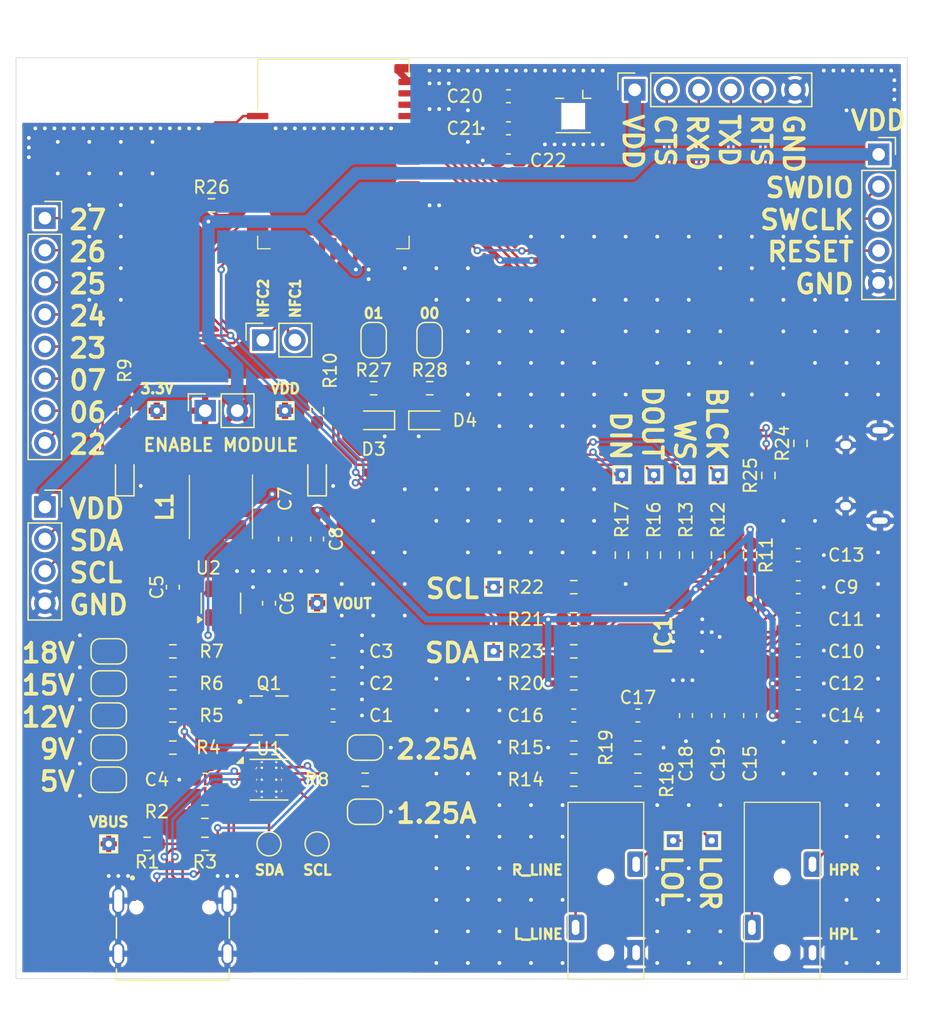
<source format=kicad_pcb>
(kicad_pcb (version 20241229) (generator "pcbnew") (generator_version "9.0")
  (layers (0 "F.Cu" signal) (2 "B.Cu" signal) (13 "F.Paste" user) (15 "B.Paste" user) (5 "F.SilkS" user "F.Silkscreen") (7 "B.SilkS" user "B.Silkscreen") (1 "F.Mask" user) (3 "B.Mask" user) (25 "Edge.Cuts" user))
  (net 0 "")
  (net 1 "GND")
  (net 2 "/codec/AVDD")
  (net 3 "HPL")
  (net 4 "/power/VOUT")
  (net 5 "HPR")
  (net 6 "/power/BST")
  (net 7 "/power/SW")
  (net 8 "+3.3V")
  (net 9 "/codec/I2S2_DI")
  (net 10 "R_LINE2")
  (net 11 "/codec/I2S2_CLK")
  (net 12 "/codec/I2S2_DO")
  (net 13 "/codec/I2S2_WS")
  (net 14 "/power/D+")
  (net 15 "/power/D-")
  (net 16 "/power/CC1")
  (net 17 "/power/CC2")
  (net 18 "/power/VSET")
  (net 19 "/power/ISET")
  (net 20 "P0.15{slash}I2S_DOUT")
  (net 21 "P0.14{slash}I2S_BCLK")
  (net 22 "P0.13{slash}I2S_DIN")
  (net 23 "P0.16{slash}I2S_WS")
  (net 24 "P1.03{slash}I2C_SCL")
  (net 25 "P1.02{slash}I2C_SDA")
  (net 26 "/power/SCL")
  (net 27 "/power/SDA")
  (net 28 "VBUS")
  (net 29 "VDD")
  (net 30 "SWDIO")
  (net 31 "SWDCLK")
  (net 32 "RESET")
  (net 33 "P1.01")
  (net 34 "P1.00")
  (net 35 "P0.23")
  (net 36 "P1.10{slash}UART_CTS")
  (net 37 "P0.26")
  (net 38 "P0.27")
  (net 39 "P0.06")
  (net 40 "P1.09{slash}UART_TXD")
  (net 41 "P0.03{slash}NFC2")
  (net 42 "/module/MOD_D+")
  (net 43 "P0.24")
  (net 44 "P0.02{slash}NFC1")
  (net 45 "+5V")
  (net 46 "P1.08{slash}UART_RXD")
  (net 47 "P0.22")
  (net 48 "P1.1{slash}UART_RTS")
  (net 49 "P0.25")
  (net 50 "P0.07")
  (net 51 "/module/MOD_D-")
  (net 52 "/module/USB_D+")
  (net 53 "/module/USB_D-")
  (net 54 "L_LINE2")
  (net 55 "Net-(U1-VIN)")
  (net 56 "Net-(IC1-DVDD)")
  (net 57 "Net-(IC1-HPR)")
  (net 58 "Net-(IC1-~{RESET})")
  (net 59 "Net-(IC1-HPL)")
  (net 60 "Net-(C16-Pad1)")
  (net 61 "Net-(C17-Pad1)")
  (net 62 "Net-(IC1-REF)")
  (net 63 "Net-(AE1-A)")
  (net 64 "Net-(U3-RF)")
  (net 65 "Net-(D1-A)")
  (net 66 "Net-(D2-A)")
  (net 67 "Net-(D3-A)")
  (net 68 "Net-(D4-A)")
  (net 75 "Net-(IC1-LOL)")
  (net 77 "Net-(IC1-LOR)")
  (net 79 "Net-(IC1-SCL{slash}~{SS})")
  (net 80 "Net-(IC1-SDA{slash}MOSI)")
  (net 84 "Net-(J3-PadS)")
  (net 85 "Net-(J3-PadT)")
  (net 87 "Net-(JP2-A)")
  (net 88 "Net-(JP3-A)")
  (net 89 "Net-(JP4-A)")
  (net 90 "Net-(JP6-A)")
  (net 91 "Net-(JP7-A)")
  (net 92 "Net-(JP8-A)")
  (net 93 "Net-(JP9-A)")
  (net 94 "Net-(Q1-Pad4)")
  (net 95 "Net-(U1-GATE)")
  (net 96 "Net-(U3-NC)")
  (footprint "Capacitor_SMD:C_0603_1608Metric_Pad1.08x0.95mm_HandSolder" (layer "F.Cu") (at 153.67 95.25)
    (property "Reference" "C9")
    (property "Value" "10uF")
  )
  (footprint "Capacitor_SMD:C_0603_1608Metric_Pad1.08x0.95mm_HandSolder" (layer "F.Cu") (at 116.82 100.33 180)
    (property "Reference" "C3")
    (property "Value" "4.7uF")
  )
  (footprint "Capacitor_SMD:C_0603_1608Metric_Pad1.08x0.95mm_HandSolder" (layer "F.Cu") (at 116.82 105.41 180)
    (property "Reference" "C1")
    (property "Value" "4.7uF")
  )
  (footprint "Package_TO_SOT_SMD:TSOT-23-6" (layer "F.Cu") (at 107.93 96.52 90)
    (property "Reference" "U2")
    (property "Value" "AP63203WU-7")
  )
  (footprint "TestPoint:TestPoint_THTPad_1.0x1.0mm_Drill0.5mm" (layer "F.Cu") (at 147.32 86.36 -90)
    (property "Reference" "TP7")
    (property "Value" "BLCK")
  )
  (footprint "Capacitor_SMD:C_0603_1608Metric_Pad1.08x0.95mm_HandSolder" (layer "F.Cu") (at 104.12 95.25 -90)
    (property "Reference" "C5")
    (property "Value" "0.1uF")
  )
  (footprint "Jumper:SolderJumper-2_P1.3mm_Open_RoundedPad1.0x1.5mm" (layer "F.Cu") (at 99.04 102.87 180)
    (property "Reference" "JP4")
    (property "Value" "15V")
  )
  (footprint "LED_SMD:LED_0603_1608Metric_Pad1.05x0.95mm_HandSolder" (layer "F.Cu") (at 115.55 86.36 90)
    (property "Reference" "D2")
    (property "Value" "VDD")
  )
  (footprint "Resistor_SMD:R_0603_1608Metric_Pad0.98x0.95mm_HandSolder" (layer "F.Cu") (at 104.12 105.41 180)
    (property "Reference" "R5")
    (property "Value" "10K")
  )
  (footprint "Jumper:SolderJumper-2_P1.3mm_Open_RoundedPad1.0x1.5mm" (layer "F.Cu") (at 99.04 110.49 180)
    (property "Reference" "JP1")
    (property "Value" "5V")
  )
  (footprint "Resistor_SMD:R_0603_1608Metric_Pad0.98x0.95mm_HandSolder" (layer "F.Cu") (at 135.89 100.33)
    (property "Reference" "R23")
    (property "Value" "33R")
  )
  (footprint "Resistor_SMD:R_0603_1608Metric_Pad0.98x0.95mm_HandSolder" (layer "F.Cu") (at 147.32 92.71 -90)
    (property "Reference" "R12")
    (property "Value" "0R")
  )
  (footprint "Resistor_SMD:R_0603_1608Metric_Pad0.98x0.95mm_HandSolder" (layer "F.Cu") (at 106.66 115.57 180)
    (property "Reference" "R3")
    (property "Value" "5.1K")
  )
  (footprint "TLV320AIC3204IRHBR:QFN50P500X500X100-33N-D" (layer "F.Cu") (at 147.32 99.06 -90)
    (property "Reference" "IC1")
    (property "Value" "TLV320AIC3204IRHBR" (hide yes))
  )
  (footprint "AONR21307:AONR21307" (layer "F.Cu") (at 111.74 105.41)
    (property "Reference" "Q1")
    (property "Value" "AONR21307")
  )
  (footprint "Resistor_SMD:R_0603_1608Metric_Pad0.98x0.95mm_HandSolder" (layer "F.Cu") (at 135.89 110.49 180)
    (property "Reference" "R14")
    (property "Value" "10K")
  )
  (footprint "Capacitor_SMD:C_0603_1608Metric_Pad1.08x0.95mm_HandSolder" (layer "F.Cu") (at 153.67 105.41)
    (property "Reference" "C14")
    (property "Value" "100nF")
  )
  (footprint "Capacitor_SMD:C_0603_1608Metric_Pad1.08x0.95mm_HandSolder" (layer "F.Cu") (at 116.82 102.87 180)
    (property "Reference" "C2")
    (property "Value" "4.7uF")
  )
  (footprint "TestPoint:TestPoint_THTPad_1.0x1.0mm_Drill0.5mm" (layer "F.Cu") (at 129.54 95.25 -90)
    (property "Reference" "TP13")
    (property "Value" "SCL")
  )
  (footprint "Capacitor_SMD:C_0603_1608Metric_Pad1.08x0.95mm_HandSolder" (layer "F.Cu") (at 135.89 105.41 180)
    (property "Reference" "C16")
    (property "Value" "4.7uF")
  )
  (footprint "Capacitor_SMD:C_0603_1608Metric_Pad1.08x0.95mm_HandSolder" (layer "F.Cu") (at 113.01 91.44 90)
    (property "Reference" "C7")
    (property "Value" "22uF")
  )
  (footprint "TestPoint:TestPoint_THTPad_1.0x1.0mm_Drill0.5mm" (layer "F.Cu") (at 129.54 100.33 -90)
    (property "Reference" "TP14")
    (property "Value" "SDA")
  )
  (footprint "LED_SMD:LED_0603_1608Metric_Pad1.05x0.95mm_HandSolder" (layer "F.Cu") (at 120.03 82.042 180)
    (property "Reference" "D3")
    (property "Value" "LED1")
  )
  (footprint "Jumper:SolderJumper-2_P1.3mm_Bridged2Bar_RoundedPad1.0x1.5mm" (layer "F.Cu") (at 124.46 75.692 90)
    (property "Reference" "JP9")
    (property "Value" "LED2_S")
  )
  (footprint "TestPoint:TestPoint_THTPad_1.0x1.0mm_Drill0.5mm" (layer "F.Cu") (at 142.24 86.36 -90)
    (property "Reference" "TP9")
    (property "Value" "DOUT")
  )
  (footprint "XKB_PJ-3200:XKB_PJ-3200" (layer "F.Cu") (at 154.8 126.28 90)
    (property "Reference" "J4")
    (property "Value" "LINE OUT")
  )
  (footprint "Resistor_SMD:R_0603_1608Metric_Pad0.98x0.95mm_HandSolder" (layer "F.Cu") (at 140.97 107.95)
    (property "Reference" "R19")
    (property "Value" "4.7K")
  )
  (footprint "Resistor_SMD:R_0603_1608Metric_Pad0.98x0.95mm_HandSolder" (layer "F.Cu") (at 120.03 79.502)
    (property "Reference" "R27")
    (property "Value" "1K")
  )
  (footprint "VLS5045EX-100M:VLS5045EX330M" (layer "F.Cu") (at 107.93 88.9 90)
    (property "Reference" "L1")
    (property "Value" "10uH" (hide yes))
  )
  (footprint "Resistor_SMD:R_0603_1608Metric_Pad0.98x0.95mm_HandSolder" (layer "F.Cu") (at 102.088 115.57 180)
    (property "Reference" "R1")
    (property "Value" "49.9K")
  )
  (footprint "Resistor_SMD:R_0603_1608Metric_Pad0.98x0.95mm_HandSolder" (layer "F.Cu") (at 104.12 102.87 180)
    (property "Reference" "R6")
    (property "Value" "14K")
  )
  (footprint "Resistor_SMD:R_0603_1608Metric_Pad0.98x0.95mm_HandSolder" (layer "F.Cu") (at 119.36 110.49 180)
    (property "Reference" "R8")
    (property "Value" "14K")
  )
  (footprint "Capacitor_SMD:C_0603_1608Metric_Pad1.08x0.95mm_HandSolder" (layer "F.Cu") (at 140.97 105.41)
    (property "Reference" "C17")
    (property "Value" "4.7uF")
  )
  (footprint "TestPoint:TestPoint_THTPad_1.0x1.0mm_Drill0.5mm" (layer "F.Cu") (at 143.764 115.316 -90)
    (property "Reference" "TP12")
    (property "Value" "LOL")
  )
  (footprint "Resistor_SMD:R_0603_1608Metric_Pad0.98x0.95mm_HandSolder" (layer "F.Cu") (at 100.31 81.28 90)
    (property "Reference" "R9")
    (property "Value" "1K")
  )
  (footprint "SHOUHAN_TYPE-C_16PIN_2MD__073:SHOUHAN_TYPE-C_16PIN_2MD__073" (layer "F.Cu") (at 104.12 123.19)
    (property "Reference" "J1")
    (property "Value" "USB_C_Receptacle_USB2.0_16P")
  )
  (footprint "TestPoint:TestPoint_Pad_D1.5mm" (layer "F.Cu") (at 111.74 115.57 180)
    (property "Reference" "TP3")
    (property "Value" "SDA")
  )
  (footprint "Jumper:SolderJumper-2_P1.3mm_Open_RoundedPad1.0x1.5mm" (layer "F.Cu") (at 119.36 107.95)
    (property "Reference" "JP7")
    (property "Value" "2.25A")
  )
  (footprint "Capacitor_SMD:C_0603_1608Metric_Pad1.08x0.95mm_HandSolder" (layer "F.Cu") (at 153.67 92.71 180)
    (property "Reference" "C13")
    (property "Value" "220nF")
  )
  (footprint "KH-MICRO5P-JN:KH-MICRO5P-JN" (layer "F.Cu") (at 157.48 86.41 90)
    (property "Reference" "J5")
    (property "Value" "USB_B_Micro")
  )
  (footprint "Resistor_SMD:R_0603_1608Metric_Pad0.98x0.95mm_HandSolder" (layer "F.Cu") (at 135.89 107.95 180)
    (property "Reference" "R15")
    (property "Value" "4.7K")
  )
  (footprint "Capacitor_SMD:C_0603_1608Metric_Pad1.08x0.95mm_HandSolder" (layer "F.Cu") (at 153.67 102.87)
    (property "Reference" "C12")
    (property "Value" "1uF")
  )
  (footprint "TestPoint:TestPoint_Pad_D1.5mm" (layer "F.Cu") (at 115.55 115.57 180)
    (property "Reference" "TP2")
    (property "Value" "SCL")
  )
  (footprint "LED_SMD:LED_0603_1608Metric_Pad1.05x0.95mm_HandSolder" (layer "F.Cu") (at 100.31 86.36 90)
    (property "Reference" "D1")
    (property "Value" "3.3V")
  )
  (footprint "Capacitor_SMD:C_0603_1608Metric_Pad1.08x0.95mm_HandSolder" (layer "F.Cu") (at 130.7095 61.468)
    (property "Reference" "C22")
    (property "Value" "NC")
  )
  (footprint "Capacitor_SMD:C_0603_1608Metric_Pad1.08x0.95mm_HandSolder" (layer "F.Cu") (at 111.74 96.52 -90)
    (property "Reference" "C6")
    (property "Value" "4.7uF")
  )
  (footprint "TestPoint:TestPoint_THTPad_1.0x1.0mm_Drill0.5mm" (layer "F.Cu") (at 144.78 86.36 -90)
    (property "Reference" "TP8")
    (property "Value" "WS")
  )
  (footprint "Capacitor_SMD:C_0603_1608Metric_Pad1.08x0.95mm_HandSolder" (layer "F.Cu") (at 144.78 105.41 -90)
    (property "Reference" "C18")
    (property "Value" "10uF")
  )
  (footprint "Connector_PinSocket_2.54mm:PinSocket_1x05_P2.54mm_Vertical" (layer "F.Cu") (at 160.045 60.99)
    (property "Reference" "J6")
    (property "Value" "UPDATE")
  )
  (footprint "Capacitor_SMD:C_0603_1608Metric_Pad1.08x0.95mm_HandSolder" (layer "F.Cu") (at 130.7095 56.388)
    (property "Reference" "C20")
    (property "Value" "NC")
  )
  (footprint "TestPoint:TestPoint_THTPad_1.0x1.0mm_Drill0.5mm" (layer "F.Cu") (at 99.04 115.57 180)
    (property "Reference" "TP1")
    (property "Value" "VBUS")
  )
  (footprint "Resistor_SMD:R_0603_1608Metric_Pad0.98x0.95mm_HandSolder" (layer "F.Cu") (at 139.7 92.71 -90)
    (property "Reference" "R17")
    (property "Value" "0R")
  )
  (footprint "Resistor_SMD:R_0603_1608Metric_Pad0.98x0.95mm_HandSolder" (layer "F.Cu") (at 142.24 92.71 -90)
    (property "Reference" "R16")
    (property "Value" "0R")
  )
  (footprint "Capacitor_SMD:C_0603_1608Metric_Pad1.08x0.95mm_HandSolder" (layer "F.Cu") (at 115.55 91.44 90)
    (property "Reference" "C8")
    (property "Value" "22uF")
  )
  (footprint "Resistor_SMD:R_0603_1608Metric_Pad0.98x0.95mm_HandSolder" (layer "F.Cu") (at 149.86 92.71 90)
    (property "Reference" "R11")
    (property "Value" "220K")
  )
  (footprint "Connector_PinSocket_2.54mm:PinSocket_1x08_P2.54mm_Vertical" (layer "F.Cu") (at 93.98 66.04)
    (property "Reference" "J10")
    (property "Value" "PIO")
  )
  (footprint "Resistor_SMD:R_0603_1608Metric_Pad0.98x0.95mm_HandSolder" (layer "F.Cu") (at 106.66 113.03 180)
    (property "Reference" "R2")
    (property "Value" "10R")
  )
  (footprint "TestPoint:TestPoint_THTPad_1.0x1.0mm_Drill0.5mm" (layer "F.Cu") (at 113.01 81.28 90)
    (property "Reference" "TP6")
    (property "Value" "VDD")
  )
  (footprint "Capacitor_SMD:C_0603_1608Metric_Pad1.08x0.95mm_HandSolder" (layer "F.Cu") (at 130.7095 58.928)
    (property "Reference" "C21")
    (property "Value" "NC")
  )
  (footprint "Resistor_SMD:R_0603_1608Metric_Pad0.98x0.95mm_HandSolder" (layer "F.Cu") (at 144.78 92.71 -90)
    (property "Reference" "R13")
    (property "Value" "0R")
  )
  (footprint "Jumper:SolderJumper-2_P1.3mm_Open_RoundedPad1.0x1.5mm" (layer "F.Cu") (at 99.04 107.95 180)
    (property "Reference" "JP2")
    (property "Value" "9V")
  )
  (footprint "TestPoint:TestPoint_THTPad_1.0x1.0mm_Drill0.5mm" (layer "F.Cu") (at 115.55 96.52 90)
    (property "Reference" "TP4")
    (property "Value" "VOUT")
  )
  (footprint "Resistor_SMD:R_0603_1608Metric_Pad0.98x0.95mm_HandSolder" (layer "F.Cu") (at 107.188 65.024)
    (property "Reference" "R26")
    (property "Value" "0R")
  )
  (footprint "XKB_PJ-3200:XKB_PJ-3200" (layer "F.Cu") (at 140.83 126.28 90)
    (property "Reference" "J3")
    (property "Value" "LINE IN")
  )
  (footprint "Jumper:SolderJumper-2_P1.3mm_Open_RoundedPad1.0x1.5mm" (layer "F.Cu") (at 99.04 100.33 180)
    (property "Reference" "JP6")
    (property "Value" "18V")
  )
  (footprint "Resistor_SMD:R_0603_1608Metric_Pad0.98x0.95mm_HandSolder" (layer "F.Cu") (at 151.31 86.41 90)
    (property "Reference" "R25")
    (property "Value" "22R")
  )
  (footprint "Connector_PinSocket_2.54mm:PinSocket_1x06_P2.54mm_Vertical" (layer "F.Cu") (at 140.716 55.88 90)
    (property "Reference" "J7")
    (property "Value" "UART")
  )
  (footprint "Resistor_SMD:R_0603_1608Metric_Pad0.98x0.95mm_HandSolder" (layer "F.Cu") (at 124.475 79.502)
    (property "Reference" "R28")
    (property "Value" "1K")
  )
  (footprint "Resistor_SMD:R_0603_1608Metric_Pad0.98x0.95mm_HandSolder" (layer "F.Cu") (at 115.55 81.28 90)
    (property "Reference" "R10")
    (property "Value" "1K")
  )
  (footprint "Capacitor_SMD:C_0603_1608Metric_Pad1.08x0.95mm_HandSolder" (layer "F.Cu") (at 149.86 105.41 -90)
    (property "Reference" "C15")
    (property "Value" "4.7uF")
  )
  (footprint "TestPoint:TestPoint_THTPad_1.0x1.0mm_Drill0.5mm" (layer "F.Cu") (at 102.85 81.28 90)
    (property "Reference" "TP5")
    (property "Value" "3.3V")
  )
  (footprint "Resistor_SMD:R_0603_1608Metric_Pad0.98x0.95mm_HandSolder" (layer "F.Cu") (at 135.89 97.79)
    (property "Reference" "R21")
    (property "Value" "4.7K")
  )
  (footprint "Resistor_SMD:R_0603_1608Metric_Pad0.98x0.95mm_HandSolder" (layer "F.Cu") (at 140.97 110.49)
    (property "Reference" "R18")
    (property "Value" "10K")
  )
  (footprint "Connector_PinSocket_2.54mm:PinSocket_1x04_P2.54mm_Vertical" (layer "F.Cu") (at 93.98 88.9)
    (property "Reference" "J8")
    (property "Value" "I2C")
  )
  (footprint "Connector_PinSocket_2.54mm:PinSocket_1x02_P2.54mm_Vertical" (layer "F.Cu") (at 106.68 81.28 90)
    (property "Reference" "J2")
    (property "Value" "M_EN")
  )
  (footprint "Jumper:SolderJumper-2_P1.3mm_Bridged2Bar_RoundedPad1.0x1.5mm" (layer "F.Cu") (at 120.03 75.692 90)
    (property "Reference" "JP8")
    (property "Value" "LED1_S")
  )
  (footprint "Capacitor_SMD:C_0603_1608Metric_Pad1.08x0.95mm_HandSolder" (layer "F.Cu") (at 106.66 110.49)
    (property "Reference" "C4")
    (property "Value" "1uF/50V")
  )
  (footprint "Connector_Coaxial:U.FL_Hirose_U.FL-R-SMT-1_Vertical" (layer "F.Cu") (at 135.841 57.437 -90)
    (property "Reference" "AE1")
    (property "Value" "Antenna_Shield")
  )
  (footprint "Package_DFN_QFN:DFN-10-1EP_3x3mm_P0.5mm_EP1.65x2.38mm_ThermalVias" (layer "F.Cu") (at 111.74 110.49)
    (property "Reference" "U1")
    (property "Value" "HUSB238_002DD")
  )
  (footprint "LED_SMD:LED_0603_1608Metric_Pad1.05x0.95mm_HandSolder" (layer "F.Cu") (at 124.475 82.042)
    (property "Reference" "D4")
    (property "Value" "LED2")
  )
  (footprint "Resistor_SMD:R_0603_1608Metric_Pad0.98x0.95mm_HandSolder" (layer "F.Cu") (at 153.85 83.87 90)
    (property "Reference" "R24")
    (property "Value" "22R")
  )
  (footprint "Jumper:SolderJumper-2_P1.3mm_Open_RoundedPad1.0x1.5mm" (layer "F.Cu") (at 119.36 113.03)
    (property "Reference" "JP5")
    (property "Value" "1.25A")
  )
  (footprint "Jumper:SolderJumper-2_P1.3mm_Open_RoundedPad1.0x1.5mm" (layer "F.Cu") (at 99.04 105.41 180)
    (property "Reference" "JP3")
    (property "Value" "12V")
  )
  (footprint "TestPoint:TestPoint_THTPad_1.0x1.0mm_Drill0.5mm" (layer "F.Cu") (at 146.814 115.316 -90)
    (property "Reference" "TP10")
    (property "Value" "LOR")
  )
  (footprint "FSC-BT631D:FSC-BT631D" (layer "F.Cu") (at 116.84 60.96)
    (property "Reference" "U3")
    (property "Value" "~")
  )
  (footprint "Resistor_SMD:R_0603_1608Metric_Pad0.98x0.95mm_HandSolder" (layer "F.Cu") (at 135.89 95.25)
    (property "Reference" "R22")
    (property "Value" "33R")
  )
  (footprint "Resistor_SMD:R_0603_1608Metric_Pad0.98x0.95mm_HandSolder" (layer "F.Cu") (at 104.12 100.33 180)
    (property "Reference" "R7")
    (property "Value" "18K")
  )
  (footprint "Capacitor_SMD:C_0603_1608Metric_Pad1.08x0.95mm_HandSolder" (layer "F.Cu") (at 153.67 97.79)
    (property "Reference" "C11")
    (property "Value" "4.7uF")
  )
  (footprint "Resistor_SMD:R_0603_1608Metric_Pad0.98x0.95mm_HandSolder" (layer "F.Cu") (at 104.12 107.95 180)
    (property "Reference" "R4")
    (property "Value" "6K")
  )
  (footprint "Connector_PinSocket_2.54mm:PinSocket_1x02_P2.54mm_Vertical" (layer "F.Cu") (at 111.252 75.692 90)
    (property "Reference" "J9")
    (property "Value" "NFC")
  )
  (footprint "Capacitor_SMD:C_0603_1608Metric_Pad1.08x0.95mm_HandSolder" (layer "F.Cu") (at 147.32 105.41 -90)
    (property "Reference" "C19")
    (property "Value" "4.7uF")
  )
  (footprint "Capacitor_SMD:C_0603_1608Metric_Pad1.08x0.95mm_HandSolder" (layer "F.Cu") (at 153.67 100.27)
    (property "Reference" "C10")
    (property "Value" "10uF")
  )
  (footprint "TestPoint:TestPoint_THTPad_1.0x1.0mm_Drill0.5mm" (layer "F.Cu") (at 139.7 86.36 -90)
    (property "Reference" "TP11")
    (property "Value" "DIN")
  )
  (footprint "Resistor_SMD:R_0603_1608Metric_Pad0.98x0.95mm_HandSolder" (layer "F.Cu") (at 135.89 102.87)
    (property "Reference" "R20")
    (property "Value" "4.7K")
  )
  (gr_poly (pts (xy 91.694 53.34) (xy 162.306 53.34) (xy 162.306 126.282251) (xy 91.694 126.238)) (stroke (width 0.05)) (fill no) (layer "Edge.Cuts"))
  (gr_text "22" (at 95.758 84.836 0) (layer "F.SilkS") (effects (font (size 1.5 1.5) (thickness 0.3) (bold yes)) (justify left bottom)))
  (gr_text "ENABLE MODULE" (at 107.93 84.582 0) (layer "F.SilkS") (effects (font (size 1 1) (thickness 0.2) (bold yes)) (justify bottom)))
  (gr_text "L_LINE" (at 135.128 123.19 0) (layer "F.SilkS") (effects (font (size 0.8 0.8) (thickness 0.2) (bold yes)) (justify right bottom)))
  (gr_text "GND" (at 152.4 57.658 270) (layer "F.SilkS") (effects (font (size 1.5 1.5) (thickness 0.3) (bold yes)) (justify left bottom)))
  (gr_text "SCL" (at 95.758 94.996 0) (layer "F.SilkS") (effects (font (size 1.5 1.5) (thickness 0.3) (bold yes)) (justify left bottom)))
  (gr_text "23" (at 95.758 77.216 0) (layer "F.SilkS") (effects (font (size 1.5 1.5) (thickness 0.3) (bold yes)) (justify left bottom)))
  (gr_text "VDD" (at 95.758 89.916 0) (layer "F.SilkS") (effects (font (size 1.5 1.5) (thickness 0.3) (bold yes)) (justify left bottom)))
  (gr_text "RTS" (at 149.86 57.658 270) (layer "F.SilkS") (effects (font (size 1.5 1.5) (thickness 0.3) (bold yes)) (justify left bottom)))
  (gr_text "12V" (at 96.52 106.426 0) (layer "F.SilkS") (effects (font (size 1.5 1.5) (thickness 0.3) (bold yes)) (justify right bottom)))
  (gr_text "WS" (at 143.78 85.36 270) (layer "F.SilkS") (effects (font (size 1.5 1.5) (thickness 0.3) (bold yes)) (justify right bottom)))
  (gr_text "VDD" (at 113.03 80.01 0) (layer "F.SilkS") (effects (font (size 0.8 0.8) (thickness 0.2) (bold yes)) (justify bottom)))
  (gr_text "SDA" (at 95.758 92.456 0) (layer "F.SilkS") (effects (font (size 1.5 1.5) (thickness 0.3) (bold yes)) (justify left bottom)))
  (gr_text "DIN" (at 138.7 85.36 270) (layer "F.SilkS") (effects (font (size 1.5 1.5) (thickness 0.3) (bold yes)) (justify right bottom)))
  (gr_text "01" (at 120.03 74.042 0) (layer "F.SilkS") (effects (font (size 0.8 0.8) (thickness 0.2) (bold yes)) (justify bottom)))
  (gr_text "SDA" (at 128.54 101.33 0) (layer "F.SilkS") (effects (font (size 1.5 1.5) (thickness 0.3) (bold yes)) (justify right bottom)))
  (gr_text "1.25A" (at 121.666 114.046 0) (layer "F.SilkS") (effects (font (size 1.5 1.5) (thickness 0.3) (bold yes)) (justify left bottom)))
  (gr_text "3.3V" (at 102.87 80.01 0) (layer "F.SilkS") (effects (font (size 0.8 0.8) (thickness 0.2) (bold yes)) (justify bottom)))
  (gr_text "15V" (at 96.52 103.886 0) (layer "F.SilkS") (effects (font (size 1.5 1.5) (thickness 0.3) (bold yes)) (justify right bottom)))
  (gr_text "18V" (at 96.52 101.346 0) (layer "F.SilkS") (effects (font (size 1.5 1.5) (thickness 0.3) (bold yes)) (justify right bottom)))
  (gr_text "GND" (at 158.242 72.136 0) (layer "F.SilkS") (effects (font (size 1.5 1.5) (thickness 0.3) (bold yes)) (justify right bottom)))
  (gr_text "HPR" (at 155.956 118.11 0) (layer "F.SilkS") (effects (font (size 0.8 0.8) (thickness 0.2) (bold yes)) (justify left bottom)))
  (gr_text "26" (at 95.758 69.596 0) (layer "F.SilkS") (effects (font (size 1.5 1.5) (thickness 0.3) (bold yes)) (justify left bottom)))
  (gr_text "SDA" (at 111.76 118.11 0) (layer "F.SilkS") (effects (font (size 0.8 0.8) (thickness 0.2) (bold yes)) (justify bottom)))
  (gr_text "LOR" (at 145.814 116.316 270) (layer "F.SilkS") (effects (font (size 1.5 1.5) (thickness 0.3) (bold yes)) (justify left bottom)))
  (gr_text "GND" (at 95.758 97.536 0) (layer "F.SilkS") (effects (font (size 1.5 1.5) (thickness 0.3) (bold yes)) (justify left bottom)))
  (gr_text "SCL" (at 128.54 96.25 0) (layer "F.SilkS") (effects (font (size 1.5 1.5) (thickness 0.3) (bold yes)) (justify right bottom)))
  (gr_text "VOUT" (at 118.364 97.028 0) (layer "F.SilkS") (effects (font (size 0.8 0.8) (thickness 0.2) (bold yes)) (justify bottom)))
  (gr_text "NFC1" (at 114.3 72.39 90) (layer "F.SilkS") (effects (font (size 0.8 0.8) (thickness 0.2) (bold yes)) (justify bottom)))
  (gr_text "2.25A" (at 121.666 108.966 0) (layer "F.SilkS") (effects (font (size 1.5 1.5) (thickness 0.3) (bold yes)) (justify left bottom)))
  (gr_text "06" (at 95.758 82.296 0) (layer "F.SilkS") (effects (font (size 1.5 1.5) (thickness 0.3) (bold yes)) (justify left bottom)))
  (gr_text "SWCLK" (at 158.242 67.056 0) (layer "F.SilkS") (effects (font (size 1.5 1.5) (thickness 0.3) (bold yes)) (justify right bottom)))
  (gr_text "24" (at 95.758 74.676 0) (layer "F.SilkS") (effects (font (size 1.5 1.5) (thickness 0.3) (bold yes)) (justify left bottom)))
  (gr_text "TXD" (at 147.32 57.658 270) (layer "F.SilkS") (effects (font (size 1.5 1.5) (thickness 0.3) (bold yes)) (justify left bottom)))
  (gr_text "HPL" (at 155.956 123.19 0) (layer "F.SilkS") (effects (font (size 0.8 0.8) (thickness 0.2) (bold yes)) (justify left bottom)))
  (gr_text "SWDIO" (at 158.242 64.516 0) (layer "F.SilkS") (effects (font (size 1.5 1.5) (thickness 0.3) (bold yes)) (justify right bottom)))
  (gr_text "9V" (at 96.52 108.966 0) (layer "F.SilkS") (effects (font (size 1.5 1.5) (thickness 0.3) (bold yes)) (justify right bottom)))
  (gr_text "VBUS" (at 99.04 114.3 0) (layer "F.SilkS") (effects (font (size 0.8 0.8) (thickness 0.2) (bold yes)) (justify bottom)))
  (gr_text "SCL" (at 115.57 118.11 0) (layer "F.SilkS") (effects (font (size 0.8 0.8) (thickness 0.2) (bold yes)) (justify bottom)))
  (gr_text "00" (at 124.46 74.042 0) (layer "F.SilkS") (effects (font (size 0.8 0.8) (thickness 0.2) (bold yes)) (justify bottom)))
  (gr_text "RXD" (at 144.78 57.658 270) (layer "F.SilkS") (effects (font (size 1.5 1.5) (thickness 0.3) (bold yes)) (justify left bottom)))
  (gr_text "5V" (at 96.52 111.506 0) (layer "F.SilkS") (effects (font (size 1.5 1.5) (thickness 0.3) (bold yes)) (justify right bottom)))
  (gr_text "VDD" (at 139.7 57.658 270) (layer "F.SilkS") (effects (font (size 1.5 1.5) (thickness 0.3) (bold yes)) (justify left bottom)))
  (gr_text "CTS" (at 142.24 57.658 270) (layer "F.SilkS") (effects (font (size 1.5 1.5) (thickness 0.3) (bold yes)) (justify left bottom)))
  (gr_text "NFC2" (at 111.76 72.39 90) (layer "F.SilkS") (effects (font (size 0.8 0.8) (thickness 0.2) (bold yes)) (justify bottom)))
  (gr_text "R_LINE" (at 135.128 118.11 0) (layer "F.SilkS") (effects (font (size 0.8 0.8) (thickness 0.2) (bold yes)) (justify right bottom)))
  (gr_text "RESET" (at 158.242 69.596 0) (layer "F.SilkS") (effects (font (size 1.5 1.5) (thickness 0.3) (bold yes)) (justify right bottom)))
  (gr_text "DOUT" (at 141.24 85.36 270) (layer "F.SilkS") (effects (font (size 1.5 1.5) (thickness 0.3) (bold yes)) (justify right bottom)))
  (gr_text "LOL" (at 142.764 116.316 270) (layer "F.SilkS") (effects (font (size 1.5 1.5) (thickness 0.3) (bold yes)) (justify left bottom)))
  (gr_text "BLCK" (at 146.32 85.36 270) (layer "F.SilkS") (effects (font (size 1.5 1.5) (thickness 0.3) (bold yes)) (justify right bottom)))
  (gr_text "25" (at 95.758 72.136 0) (layer "F.SilkS") (effects (font (size 1.5 1.5) (thickness 0.3) (bold yes)) (justify left bottom)))
  (gr_text "VDD" (at 160.02 59.19 0) (layer "F.SilkS") (effects (font (size 1.5 1.5) (thickness 0.3) (bold yes)) (justify bottom)))
  (gr_text "07" (at 95.758 79.756 0) (layer "F.SilkS") (effects (font (size 1.5 1.5) (thickness 0.3) (bold yes)) (justify left bottom)))
  (gr_text "27" (at 95.758 67.056 0) (layer "F.SilkS") (effects (font (size 1.5 1.5) (thickness 0.3) (bold yes)) (justify left bottom)))
  (segment (start 122.84 65.16) (end 124.324 65.16) (width 0.5) (layer "F.Cu") (net 1))
  (segment (start 124.324 65.16) (end 124.46 65.024) (width 0.5) (layer "F.Cu") (net 1))
  (segment (start 125.222 57.404) (end 125.984 57.404) (width 0.5) (layer "F.Cu") (net 1))
  (segment (start 147.447 99.187) (end 147.32 99.06) (width 0.2) (layer "F.Cu") (net 1))
  (segment (start 146.07 97.79) (end 146.07 97.81) (width 0.2) (layer "F.Cu") (net 1))
  (segment (start 147.32 99.06) (end 147.07 98.81) (width 0.2) (layer "F.Cu") (net 1))
  (segment (start 145.57 101.51) (end 145.596 101.484) (width 0.2) (layer "F.Cu") (net 1))
  (segment (start 129.847 58.928) (end 128.6775 58.928) (width 0.5) (layer "F.Cu") (net 1))
  (segment (start 122.84 55.26) (end 124.348 55.26) (width 0.5) (layer "F.Cu") (net 1))
  (segment (start 124.46 65.024) (end 125.222 65.024) (width 0.5) (layer "F.Cu") (net 1))
  (segment (start 100.92 118.46) (end 100.57 118.11) (width 0.2) (layer "F.Cu") (net 1))
  (segment (start 124.116 57.06) (end 124.46 57.404) (width 0.5) (layer "F.Cu") (net 1))
  (segment (start 124.46 57.404) (end 125.222 57.404) (width 0.5) (layer "F.Cu") (net 1))
  (segment (start 146.05 100.33) (end 147.32 99.06) (width 0.2) (layer "F.Cu") (net 1))
  (segment (start 149.77 99.31) (end 147.57 99.31) (width 0.2) (layer "F.Cu") (net 1))
  (segment (start 100.92 119.515) (end 100.92 118.46) (width 0.2) (layer "F.Cu") (net 1))
  (segment (start 145.596 100.784) (end 146.05 100.33) (width 0.2) (layer "F.Cu") (net 1))
  (segment (start 105.7975 110.49) (end 104.628 110.49) (width 0.2) (layer "F.Cu") (net 1))
  (segment (start 146.05 98.81) (end 144.87 98.81) (width 0.2) (layer "F.Cu") (net 1))
  (segment (start 146.812 98.81) (end 146.05 98.81) (width 0.2) (layer "F.Cu") (net 1))
  (segment (start 107.32 118.46) (end 107.67 118.11) (width 0.2) (layer "F.Cu") (net 1))
  (segment (start 143.768 98.81) (end 143.764 98.806) (width 0.2) (layer "F.Cu") (net 1))
  (segment (start 124.348 55.26) (end 124.46 55.372) (width 0.5) (layer "F.Cu") (net 1))
  (segment (start 124.46 55.372) (end 125.984 55.372) (width 0.5) (layer "F.Cu") (net 1))
  (segment (start 157.48 84.035) (end 157.43 83.985) (width 0.5) (layer "F.Cu") (net 1))
  (segment (start 157.48 85.11) (end 157.48 84.035) (width 0.5) (layer "F.Cu") (net 1))
  (segment (start 122.84 57.06) (end 124.116 57.06) (width 0.5) (layer "F.Cu") (net 1))
  (segment (start 107.32 119.515) (end 107.32 118.46) (width 0.2) (layer "F.Cu") (net 1))
  (segment (start 144.87 98.81) (end 143.768 98.81) (width 0.2) (layer "F.Cu") (net 1))
  (segment (start 145.596 101.484) (end 145.596 100.784) (width 0.2) (layer "F.Cu") (net 1))
  (segment (start 147.57 99.31) (end 147.447 99.187) (width 0.2) (layer "F.Cu") (net 1))
  (segment (start 146.07 96.61) (end 146.07 97.79) (width 0.2) (layer "F.Cu") (net 1))
  (segment (start 147.07 98.81) (end 146.812 98.81) (width 0.2) (layer "F.Cu") (net 1))
  (segment (start 146.07 97.81) (end 147.32 99.06) (width 0.2) (layer "F.Cu") (net 1))
  (segment (start 129.847 61.468) (end 128.6775 61.468) (width 0.5) (layer "F.Cu") (net 1))
  (via (at 145 77.5) (size 0.6) (drill 0.3) (layers "F.Cu" "B.Cu") (net 1))
  (via (at 147.447 99.187) (size 0.6) (drill 0.3) (layers "F.Cu" "B.Cu") (net 1))
  (via (at 160 92.5) (size 0.6) (drill 0.3) (layers "F.Cu" "B.Cu") (net 1))
  (via (at 160.274 54.356) (size 0.6) (drill 0.3) (layers "F.Cu" "B.Cu") (net 1))
  (via (at 125 115) (size 0.6) (drill 0.3) (layers "F.Cu" "B.Cu") (net 1))
  (via (at 127.5 57.5) (size 0.6) (drill 0.3) (layers "F.Cu" "B.Cu") (net 1))
  (via (at 100 70) (size 0.6) (drill 0.3) (layers "F.Cu" "B.Cu") (net 1))
  (via (at 152.5 70) (size 0.6) (drill 0.3) (layers "F.Cu" "B.Cu") (net 1))
  (via (at 142.5 122.5) (size 0.6) (drill 0.3) (layers "F.Cu" "B.Cu") (net 1))
  (via (at 124.46 57.404) (size 0.6) (drill 0.3) (layers "F.Cu" "B.Cu") (net 1))
  (via (at 161.29 56.642) (size 0.6) (drill 0.3) (layers "F.Cu" "B.Cu") (net 1))
  (via (at 132.08 54.356) (size 0.6) (drill 0.3) (layers "F.Cu" "B.Cu") (net 1))
  (via (at 125 120) (size 0.6) (drill 0.3) (layers "F.Cu" "B.Cu") (net 1))
  (via (at 120 92.5) (size 0.6) (drill 0.3) (layers "F.Cu" "B.Cu") (net 1))
  (via (at 130 90) (size 0.6) (drill 0.3) (layers "F.Cu" "B.Cu") (net 1))
  (via (at 157.5 80) (size 0.6) (drill 0.3) (layers "F.Cu" "B.Cu") (net 1))
  (via (at 155 67.5) (size 0.6) (drill 0.3) (layers "F.Cu" "B.Cu") (net 1))
  (via (at 127.5 72.5) (size 0.6) (drill 0.3) (layers "F.Cu" "B.Cu") (net 1))
  (via (at 152.5 67.5) (size 0.6) (drill 0.3) (layers "F.Cu" "B.Cu") (net 1))
  (via (at 137.5 92.5) (size 0.6) (drill 0.3) (layers "F.Cu" "B.Cu") (net 1))
  (via (at 119.106 104.14) (size 0.6) (drill 0.3) (layers "F.Cu" "B.Cu") (net 1))
  (via (at 130 115) (size 0.6) (drill 0.3) (layers "F.Cu" "B.Cu") (net 1))
  (via (at 160 80) (size 0.6) (drill 0.3) (layers "F.Cu" "B.Cu") (net 1))
  (via (at 157.5 120) (size 0.6) (drill 0.3) (layers "F.Cu" "B.Cu") (net 1))
  (via (at 150 70) (size 0.6) (drill 0.3) (layers "F.Cu" "B.Cu") (net 1))
  (via (at 145.288 102.616) (size 0.6) (drill 0.3) (layers "F.Cu" "B.Cu") (net 1))
  (via (at 157.5 115) (size 0.6) (drill 0.3) (layers "F.Cu" "B.Cu") (net 1))
  (via (at 98.552 58.928) (size 0.6) (drill 0.3) (layers "F.Cu" "B.Cu") (net 1))
  (via (at 130 92.5) (size 0.6) (drill 0.3) (layers "F.Cu" "B.Cu") (net 1))
  (via (at 113.01 93.98) (size 0.6) (drill 0.3) (layers "F.Cu" "B.Cu") (net 1))
  (via (at 136.652 60.198) (size 0.6) (drill 0.3) (layers "F.Cu" "B.Cu") (net 1))
  (via (at 97.79 58.928) (size 0.6) (drill 0.3) (layers "F.Cu" "B.Cu") (net 1))
  (via (at 132.842 54.356) (size 0.6) (drill 0.3) (layers "F.Cu" "B.Cu") (net 1))
  (via (at 100 65) (size 0.6) (drill 0.3) (layers "F.Cu" "B.Cu") (net 1))
  (via (at 160 102.5) (size 0.6) (drill 0.3) (layers "F.Cu" "B.Cu") (net 1))
  (via (at 137.5 77.5) (size 0.6) (drill 0.3) (layers "F.Cu" "B.Cu") (net 1))
  (via (at 96.754 101.6) (size 0.6) (drill 0.3) (layers "F.Cu" "B.Cu") (net 1))
  (via (at 145 112.5) (size 0.6) (drill 0.3) (layers "F.Cu" "B.Cu") (net 1))
  (via (at 119.106 100.33) (size 0.6) (drill 0.3) (layers "F.Cu" "B.Cu") (net 1))
  (via (at 119.634 70.104) (size 0.6) (drill 0.3) (layers "F.Cu" "B.Cu") (net 1))
  (via (at 155.702 54.356) (size 0.6) (drill 0.3) (layers "F.Cu" "B.Cu") (net 1))
  (via (at 140 95) (size 0.6) (drill 0.3) (layers "F.Cu" "B.Cu") (net 1))
  (via (at 147.5 75) (size 0.6) (drill 0.3) (layers "F.Cu" "B.Cu") (net 1))
  (via (at 147.5 112.5) (size 0.6) (drill 0.3) (layers "F.Cu" "B.Cu") (net 1))
  (via (at 119.126 58.928) (size 0.6) (drill 0.3) (layers "F.Cu" "B.Cu") (net 1))
  (via (at 125.222 54.356) (size 0.6) (drill 0.3) (layers "F.Cu" "B.Cu") (net 1))
  (via (at 142.5 72.5) (size 0.6) (drill 0.3) (layers "F.Cu" "B.Cu") (net 1))
  (via (at 134.366 60.198) (size 0.6) (drill 0.3) (layers "F.Cu" "B.Cu") (net 1))
  (via (at 127.5 60) (size 0.6) (drill 0.3) (layers "F.Cu" "B.Cu") (net 1))
  (via (at 102.5 60) (size 0.6) (drill 0.3) (layers "F.Cu" "B.Cu") (net 1))
  (via (at 100.838 58.928) (size 0.6) (drill 0.3) (layers "F.Cu" "B.Cu") (net 1))
  (via (at 130 125) (size 0.6) (drill 0.3) (layers "F.Cu" "B.Cu") (net 1))
  (via (at 155 75) (size 0.6) (drill 0.3) (layers "F.Cu" "B.Cu") (net 1))
  (via (at 130 117.5) (size 0.6) (drill 0.3) (layers "F.Cu" "B.Cu") (net 1))
  (via (at 145 122.5) (size 0.6) (drill 0.3) (layers "F.Cu" "B.Cu") (net 1))
  (via (at 127.5 122.5) (size 0.6) (drill 0.3) (layers "F.Cu" "B.Cu") (net 1))
  (via (at 130 107.5) (size 0.6) (drill 0.3) (layers "F.Cu" "B.Cu") (net 1))
  (via (at 132.5 75) (size 0.6) (drill 0.3) (layers "F.Cu" "B.Cu") (net 1))
  (via (at 160 122.5) (size 0.6) (drill 0.3) (layers "F.Cu" "B.Cu") (net 1))
  (via (at 115.313 58.928) (size 0.6) (drill 0.3) (layers "F.Cu" "B.Cu") (net 1))
  (via (at 125.222 57.404) (size 0.6) (drill 0.3) (layers "F.Cu" "B.Cu") (net 1))
  (via (at 96.754 111.76) (size 0.6) (drill 0.3) (layers "F.Cu" "B.Cu") (net 1))
  (via (at 119.885 58.928) (size 0.6) (drill 0.3) (layers "F.Cu" "B.Cu") (net 1))
  (via (at 105.41 58.928) (size 0.6) (drill 0.3) (layers "F.Cu" "B.Cu") (net 1))
  (via (at 160 112.5) (size 0.6) (drill 0.3) (layers "F.Cu" "B.Cu") (net 1))
  (via (at 143.002 107.95) (size 0.6) (drill 0.3) (layers "F.Cu" "B.Cu") (net 1))
  (via (at 115.55 93.98) (size 0.6) (drill 0.3) (layers "F.Cu" "B.Cu") (net 1))
  (via (at 116.82 87.235) (size 0.6) (drill 0.3) (layers "F.Cu" "B.Cu") (net 1))
  (via (at 143.764 98.806) (size 0.6) (drill 0.3) (layers "F.Cu" "B.Cu") (net 1))
  (via (at 130 105) (size 0.6) (drill 0.3) (layers "F.Cu" "B.Cu") (net 1))
  (via (at 157.5 112.5) (size 0.6) (drill 0.3) (layers "F.Cu" "B.Cu") (net 1))
  (via (at 155 107.5) (size 0.6) (drill 0.3) (layers "F.Cu" "B.Cu") (net 1))
  (via (at 125 105) (size 0.6) (drill 0.3) (layers "F.Cu" "B.Cu") (net 1))
  (via (at 135 67.5) (size 0.6) (drill 0.3) (layers "F.Cu" "B.Cu") (net 1))
  (via (at 135 77.5) (size 0.6) (drill 0.3) (layers "F.Cu" "B.Cu") (net 1))
  (via (at 117.5 95) (size 0.6) (drill 0.3) (layers "F.Cu" "B.Cu") (net 1))
  (via (at 155.702 105.41) (size 0.6) (drill 0.3) (layers "F.Cu" "B.Cu") (net 1))
  (via (at 145 72.5) (size 0.6) (drill 0.3) (layers "F.Cu" "B.Cu") (net 1))
  (via (at 120 95) (size 0.6) (drill 0.3) (layers "F.Cu" "B.Cu") (net 1))
  (via (at 152.5 90) (size 0.6) (drill 0.3) (layers "F.Cu" "B.Cu") (net 1))
  (via (at 125 70) (size 0.6) (drill 0.3) (layers "F.Cu" "B.Cu") (net 1))
  (via (at 137.414 54.356) (size 0.6) (drill 0.3) (layers "F.Cu" "B.Cu") (net 1))
  (via (at 152.5 80) (size 0.6) (drill 0.3) (layers "F.Cu" "B.Cu") (net 1))
  (via (at 160 115) (size 0.6) (drill 0.3) (layers "F.Cu" "B.Cu") (net 1))
  (via (at 97.5 65) (size 0.6) (drill 0.3) (layers "F.Cu" "B.Cu") (net 1))
  (via (at 122.5 92.5) (size 0.6) (drill 0.3) (layers "F.Cu" "B.Cu") (net 1))
  (via (at 97.028 58.928) (size 0.6) (drill 0.3) (layers "F.Cu" "B.Cu") (net 1))
  (via (at 127.5 75) (size 0.6) (drill 0.3) (layers "F.Cu" "B.Cu") (net 1))
  (via (at 125 125) (size 0.6) (drill 0.3) (layers "F.Cu" "B.Cu") (net 1))
  (via (at 142.5 125) (size 0.6) (drill 0.3) (layers "F.Cu" "B.Cu") (net 1))
  (via (at 157.5 72.5) (size 0.6) (drill 0.3) (layers "F.Cu" "B.Cu") (net 1))
  (via (at 145 80) (size 0.6) (drill 0.3) (layers "F.Cu" "B.Cu") (net 1))
  (via (at 160 100) (size 0.6) (drill 0.3) (layers "F.Cu" "B.Cu") (net 1))
  (via (at 132.5 80) (size 0.6) (drill 0.3) (layers "F.Cu" "B.Cu") (net 1))
  (via (at 132.5 125) (size 0.6) (drill 0.3) (layers "F.Cu" "B.Cu") (net 1))
  (via (at 130 87.5) (size 0.6) (drill 0.3) (layers "F.Cu" "B.Cu") (net 1))
  (via (at 157.5 67.5) (size 0.6) (drill 0.3) (layers "F.Cu" "B.Cu") (net 1))
  (via (at 137.5 67.5) (size 0.6) (drill 0.3) (layers "F.Cu" "B.Cu") (net 1))
  (via (at 125.222 55.372) (size 0.6) (drill 0.3) (layers "F.Cu" "B.Cu") (net 1))
  (via (at 100 60) (size 0.6) (drill 0.3) (layers "F.Cu" "B.Cu") (net 1))
  (via (at 160 77.5) (size 0.6) (drill 0.3) (layers "F.Cu" "B.Cu") (net 1))
  (via (at 125 122.5) (size 0.6) (drill 0.3) (layers "F.Cu" "B.Cu") (net 1))
  (via (at 104.648 58.928) (size 0.6) (drill 0.3) (layers "F.Cu" "B.Cu") (net 1))
  (via (at 146.05 100.33) (size 0.6) (drill 0.3) (layers "F.Cu" "B.Cu") (net 1))
  (via (at 122.5 87.5) (size 0.6) (drill 0.3) (layers "F.Cu" "B.Cu") (net 1))
  (via (at 110.47 93.98) (size 0.6) (drill 0.3) (layers "F.Cu" "B.Cu") (net 1))
  (via (at 116.078 58.928) (size 0.6) (drill 0.3) (layers "F.Cu" "B.Cu") (net 1))
  (via (at 161.29 55.118) (size 0.6) (drill 0.3) (layers "F.Cu" "B.Cu") (net 1))
  (via (at 131.318 54.356) (size 0.6) (drill 0.3) (layers "F.Cu" "B.Cu") (net 1))
  (via (at 112.265 58.928) (size 0.6) (drill 0.3) (layers "F.Cu" "B.Cu") (net 1))
  (via (at 97.5 72.5) (size 0.6) (drill 0.3) (layers "F.Cu" "B.Cu") (net 1))
  (via (at 143.764 102.616) (size 0.6) (drill 0.3) (layers "F.Cu" "B.Cu") (net 1))
  (via (at 127.5 92.5) (size 0.6) (drill 0.3) (layers "F.Cu" "B.Cu") (net 1))
  (via (at 132.5 67.5) (size 0.6) (drill 0.3) (layers "F.Cu" "B.Cu") (net 1))
  (via (at 127.5 102.5) (size 0.6) (drill 0.3) (layers "F.Cu" "B.Cu") (net 1))
  (via (at 121.392 113.03) (size 0.6) (drill 0.3) (layers "F.Cu" "B.Cu") (net 1))
  (via (at 124.46 65.024) (size 0.6) (drill 0.3) (layers "F.Cu" "B.Cu") (net 1))
  (via (at 122.5 97.5) (size 0.6) (drill 0.3) (layers "F.Cu" "B.Cu") (net 1))
  (via (at 135 82.5) (size 0.6) (drill 0.3) (layers "F.Cu" "B.Cu") (net 1))
  (via (at 114.554 58.928) (size 0.6) (drill 0.3) (layers "F.Cu" "B.Cu") (net 1))
  (via (at 128.6775 61.468) (size 0.6) (drill 0.3) (layers "F.Cu" "B.Cu") (net 1))
  (via (at 101.58 87.235) (size 0.6) (drill 0.3) (layers "F.Cu" "B.Cu") (net 1))
  (via (at 140 80) (size 0.6) (drill 0.3) (layers "F.Cu" "B.Cu") (net 1))
  (via (at 133.604 54.356) (size 0.6) (drill 0.3) (layers "F.Cu" "B.Cu") (net 1))
  (via (at 147.5 70) (size 0.6) (drill 0.3) (layers "F.Cu" "B.Cu") (net 1))
  (via (at 120.905 83.312) (size 0.6) (drill 0.3) (layers "F.Cu" "B.Cu") (net 1))
  (via (at 113.789 58.928) (size 0.6) (drill 0.3) (layers "F.Cu" "B.Cu") (net 1))
  (via (at 93.218 58.928) (size 0.6) (drill 0.3) (layers "F.Cu" "B.Cu") (net 1))
  (via (at 147.5 122.5) (size 0.6) (drill 0.3) (layers "F.Cu" "B.Cu") (net 1))
  (via (at 119.106 102.87) (size 0.6) (drill 0.3) (layers "F.Cu" "B.Cu") (net 1))
  (via (at 127.5 110) (size 0.6) (drill 0.3) (layers "F.Cu" "B.Cu") (net 1))
  (via (at 117.602 58.928) (size 0.6) (drill 0.3) (layers "F.Cu" "B.Cu") (net 1))
  (via (at 111.74 93.98) (size 0.6) (drill 0.3) (layers "F.Cu" "B.Cu") (net 1))
  (via (at 161.29 55.88) (size 0.6) (drill 0.3) (layers "F.Cu" "B.Cu") (net 1))
  (via (at 135.128 54.356) (size 0.6) (drill 0.3) (layers "F.Cu" "B.Cu") (net 1))
  (via (at 99.802 118.11) (size 0.6) (drill 0.3) (layers "F.Cu" "B.Cu") (net 1))
  (via (at 140 75) (size 0.6) (drill 0.3) (layers "F.Cu" "B.Cu") (net 1))
  (via (at 122.5 70) (size 0.6) (drill 0.3) (layers "F.Cu" "B.Cu") (net 1))
  (via (at 127.5 120) (size 0.6) (drill 0.3) (layers "F.Cu" "B.Cu") (net 1))
  (via (at 109.2 118.11) (size 0.6) (drill 0.3) (layers "F.Cu" "B.Cu") (net 1))
  (via (at 97.5 67.5) (size 0.6) (drill 0.3) (layers "F.Cu" "B.Cu") (net 1))
  (via (at 120 90) (size 0.6) (drill 0.3) (layers "F.Cu" "B.Cu") (net 1))
  (via (at 97.5 60) (size 0.6) (drill 0.3) (layers "F.Cu" "B.Cu") (net 1))
  (via (at 160 75) (size 0.6) (drill 0.3) (layers "F.Cu" "B.Cu") (net 1))
  (via (at 144.526 102.616) (size 0.6) (drill 0.3) (layers "F.Cu" "B.Cu") (net 1))
  (via (at 136.652 54.356) (size 0.6) (drill 0.3) (layers "F.Cu" "B.Cu") (net 1))
  (via (at 96.754 106.68) (size 0.6) (drill 0.3) (layers "F.Cu" "B.Cu") (net 1))
  (via (at 96.754 109.22) (size 0.6) (drill 0.3) (layers "F.Cu" "B.Cu") (net 1))
  (via (at 160 95) (size 0.6) (drill 0.3) (layers "F.Cu" "B.Cu") (net 1))
  (via (at 127.5 87.5) (size 0.6) (drill 0.3) (layers "F.Cu" "B.Cu") (net 1))
  (via (at 108.438 118.11) (size 0.6) (drill 0.3) (layers "F.Cu" "B.Cu") (net 1))
  (via (at 155 110) (size 0.6) (drill 0.3) (layers "F.Cu" "B.Cu") (net 1))
  (via (at 127.5 125) (size 0.6) (drill 0.3) (layers "F.Cu" "B.Cu") (net 1))
  (via (at 137.414 60.198) (size 0.6) (drill 0.3) (layers "F.Cu" "B.Cu") (net 1))
  (via (at 124.46 54.356) (size 0.6) (drill 0.3) (layers "F.Cu" "B.Cu") (net 1))
  (via (at 99.314 58.928) (size 0.6) (drill 0.3) (layers "F.Cu" "B.Cu") (net 1))
  (via (at 125 102.5) (size 0.6) (drill 0.3) (layers "F.Cu" "B.Cu") (net 1))
  (via (at 104.628 110.49) (size 0.6) (drill 0.3) (layers "F.Cu" "B.Cu") (net 1))
  (via (at 127.508 54.356) (size 0.6) (drill 0.3) (layers "F.Cu" "B.Cu") (net 1))
  (via (at 95 62.5) (size 0.6) (drill 0.3) (layers "F.Cu" "B.Cu") (net 1))
  (via (at 135 115) (size 0.6) (drill 0.3) (layers "F.Cu" "B.Cu") (net 1))
  (via (at 102.362 58.928) (size 0.6) (drill 0.3) (layers "F.Cu" "B.Cu") (net 1))
  (via (at 137.5 80) (size 0.6) (drill 0.3) (layers "F.Cu" "B.Cu") (net 1))
  (via (at 155.702 102.87) (size 0.6) (drill 0.3) (layers "F.Cu" "B.Cu") (net 1))
  (via (at 130 122.5) (size 0.6) (drill 0.3) (layers "F.Cu" "B.Cu") (net 1))
  (via (at 127.5 115) (size 0.6) (drill 0.3) (layers "F.Cu" "B.Cu") (net 1))
  (via (at 107.67 118.11) (size 0.6) (drill 0.3) (layers "F.Cu" "B.Cu") (net 1))
  (via (at 132.5 87.5) (size 0.6) (drill 0.3) (layers "F.Cu" "B.Cu") (net 1))
  (via (at 157.5 77.5) (size 0.6) (drill 0.3) (layers "F.Cu" "B.Cu") (net 1))
  (via (at 147.5 67.5) (size 0.6) (drill 0.3) (layers "F.Cu" "B.Cu") (net 1))
  (via (at 142.5 75) (size 0.6) (drill 0.3) (layers "F.Cu" "B.Cu") (net 1))
  (via (at 135.128 60.198) (size 0.6) (drill 0.3) (layers "F.Cu" "B.Cu") (net 1))
  (via (at 97.5 70) (size 0.6) (drill 0.3) (layers "F.Cu" "B.Cu") (net 1))
  (via (at 160 107.5) (size 0.6) (drill 0.3) (layers "F.Cu" "B.Cu") (net 1))
  (via (at 160 105) (size 0.6) (drill 0.3) (layers "F.Cu" "B.Cu") (net 1))
  (via (at 125 117.5) (size 0.6) (drill 0.3) (layers "F.Cu" "B.Cu") (net 1))
  (via (at 155 90) (size 0.6) (drill 0.3) (layers "F.Cu" "B.Cu") (net 1))
  (via (at 130.556 54.356) (size 0.6) (drill 0.3) (layers "F.Cu" "B.Cu") (net 1))
  (via (at 132.5 120) (size 0.6) (drill 0.3) (layers "F.Cu" "B.Cu") (net 1))
  (via (at 132.5 112.5) (size 0.6) (drill 0.3) (layers "F.Cu" "B.Cu") (net 1))
  (via (at 160 125) (size 0.6) (drill 0.3) (layers "F.Cu" "B.Cu") (net 1))
  (via (at 155.702 92.71) (size 0.6) (drill 0.3) (layers "F.Cu" "B.Cu") (net 1))
  (via (at 140 72.5) (size 0.6) (drill 0.3) (layers "F.Cu" "B.Cu") (net 1))
  (via (at 132.5 90) (size 0.6) (drill 0.3) (layers "F.Cu" "B.Cu") (net 1))
  (via (at 127.5 80) (size 0.6) (drill 0.3) (layers "F.Cu" "B.Cu") (net 1))
  (via (at 152.5 72.5) (size 0.6) (drill 0.3) (layers "F.Cu" "B.Cu") (net 1))
  (via (at 95.504 58.928) (size 0.6) (drill 0.3) (layers "F.Cu" "B.Cu") (net 1))
  (via (at 119.106 99.06) (size 0.6) (drill 0.3) (layers "F.Cu" "B.Cu") (net 1))
  (via (at 125 72.5) (size 0.6) (drill 0.3) (layers "F.Cu" "B.Cu") (net 1))
  (via (at 144.78 107.442) (size 0.6) (drill 0.3) (layers "F.Cu" "B.Cu") (net 1))
  (via (at 135 92.5) (size 0.6) (drill 0.3) (layers "F.Cu" "B.Cu") (net 1))
  (via (at 138.176 60.198) (size 0.6) (drill 0.3) (layers "F.Cu" "B.Cu") (net 1))
  (via (at 140 67.5) (size 0.6) (drill 0.3) (layers "F.Cu" "B.Cu") (net 1))
  (via (at 110.47 95.25) (size 0.6) (drill 0.3) (layers "F.Cu" "B.Cu") (net 1))
  (via (at 142.5 112.5) (size 0.6) (drill 0.3) (layers "F.Cu" "B.Cu") (net 1))
  (via (at 160 117.5) (size 0.6) (drill 0.3) (layers "F.Cu" "B.Cu") (net 1))
  (via (at 135 90) (size 0.6) (drill 0.3) (layers "F.Cu" "B.Cu") (net 1))
  (via (at 159.512 54.356) (size 0.6) (drill 0.3) (layers "F.Cu" "B.Cu") (net 1))
  (via (at 135 112.5) (size 0.6) (drill 0.3) (layers "F.Cu" "B.Cu") (net 1))
  (via (at 150 67.5) (size 0.6) (drill 0.3) (layers "F.Cu" "B.Cu") (net 1))
  (via (at 117.5 97.5) (size 0.6) (drill 0.3) (layers "F.Cu" "B.Cu") (net 1))
  (via (at 127.5 90) (size 0.6) (drill 0.3) (layers "F.Cu" "B.Cu") (net 1))
  (via (at 155 72.5) (size 0.6) (drill 0.3) (layers "F.Cu" "B.Cu") (net 1))
  (via (at 146.812 98.81) (size 0.6) (drill 0.3) (layers "F.Cu" "B.Cu") (net 1))
  (via (at 97.5 62.5) (size 0.6) (drill 0.3) (layers "F.Cu" "B.Cu") (net 1))
  (via (at 102.5 62.5) (size 0.6) (drill 0.3) (layers "F.Cu" "B.Cu") (net 1))
  (via (at 103.886 58.928) (size 0.6) (drill 0.3) (layers "F.Cu" "B.Cu") (net 1))
  (via (at 150 72.5) (size 0.6) (drill 0.3) (layers "F.Cu" "B.Cu") (net 1))
  (via (at 138.176 54.356) (size 0.6) (drill 0.3) (layers "F.Cu" "B.Cu") (net 1))
  (via (at 132.5 92.5) (size 0.6) (drill 0.3) (layers "F.Cu" "B.Cu") (net 1))
  (via (at 127.5 105) (size 0.6) (drill 0.3) (layers "F.Cu" "B.Cu") (net 1))
  (via (at 125 87.5) (size 0.6) (drill 0.3) (layers "F.Cu" "B.Cu") (net 1))
  (via (at 146.05 98.81) (size 0.6) (drill 0.3) (layers "F.Cu" "B.Cu") (net 1))
  (via (at 132.5 115) (size 0.6) (drill 0.3) (layers "F.Cu" "B.Cu") (net 1))
  (via (at 137.5 87.5) (size 0.6) (drill 0.3) (layers "F.Cu" "B.Cu") (net 1))
  (via (at 133.604 60.198) (size 0.6) (drill 0.3) (layers "F.Cu" "B.Cu") (net 1))
  (via (at 157.5 107.5) (size 0.6) (drill 0.3) (layers "F.Cu" "B.Cu") (net 1))
  (via (at 121.392 107.95) (size 0.6) (drill 0.3) (layers "F.Cu" "B.Cu") (net 1))
  (via (at 135.89 60.198) (size 0.6) (drill 0.3) (layers "F.Cu" "B.Cu") (net 1))
  (via (at 132.5 82.5) (size 0.6) (drill 0.3) (layers "F.Cu" "B.Cu") (net 1))
  (via (at 125.984 54.356) (size 0.6) (drill 0.3) (layers "F.Cu" "B.Cu") (net 1))
  (via (at 125.984 57.404) (size 0.6) (drill 0.3) (layers "F.Cu" "B.Cu") (net 1))
  (via (at 137.5 82.5) (size 0.6) (drill 0.3) (layers "F.Cu" "B.Cu") (net 1))
  (via (at 99.04 118.11) (size 0.6) (drill 0.3) (layers "F.Cu" "B.Cu") (net 1))
  (via (at 132.5 77.5) (size 0.6) (drill 0.3) (layers "F.Cu" "B.Cu") (net 1))
  (via (at 118.361 58.928) (size 0.6) (drill 0.3) (layers "F.Cu" "B.Cu") (net 1))
  (via (at 155.702 100.27) (size 0.6) (drill 0.3) (layers "F.Cu" "B.Cu") (net 1))
  (via (at 119.106 101.6) (size 0.6) (drill 0.3) (layers "F.Cu" "B.Cu") (net 1))
  (via (at 157.5 110) (size 0.6) (drill 0.3) (layers "F.Cu" "B.Cu") (net 1))
  (via (at 155.702 95.25) (size 0.6) (drill 0.3) (layers "F.Cu" "B.Cu") (net 1))
  (via (at 157.5 57.5) (size 0.6) (drill 0.3) (layers "F.Cu" "B.Cu") (net 1))
  (via (at 137.5 90) (size 0.6) (drill 0.3) (layers "F.Cu" "B.Cu") (net 1))
  (via (at 125.222 65.024) (size 0.6) (drill 0.3) (layers "F.Cu" "B.Cu") (net 1))
  (via (at 155 77.5) (size 0.6) (drill 0.3) (layers "F.Cu" "B.Cu") (net 1))
  (via (at 147.32 107.442) (size 0.6) (drill 0.3) (layers "F.Cu" "B.Cu") (net 1))
  (via (at 147.5 125) (size 0.6) (drill 0.3) (layers "F.Cu" "B.Cu") (net 1))
  (via (at 120.65 58.928) (size 0.6) (drill 0.3) (layers "F.Cu" "B.Cu") (net 1))
  (via (at 129.032 54.356) (size 0.6) (drill 0.3) (layers "F.Cu" "B.Cu") (net 1))
  (via (at 92.71 60.452) (size 0.6) (drill 0.3) (layers "F.Cu" "B.Cu") (net 1))
  (via (at 125 110) (size 0.6) (drill 0.3) (layers "F.Cu" "B.Cu") (net 1))
  (via (at 127.5 77.5) (size 0.6) (drill 0.3) (layers "F.Cu" "B.Cu") (net 1))
  (via (at 132.5 72.5) (size 0.6) (drill 0.3) (layers "F.Cu" "B.Cu") (net 1))
  (via (at 130 110) (size 0.6) (drill 0.3) (layers "F.Cu" "B.Cu") (net 1))
  (via (at 101.6 58.928) (size 0.6) (drill 0.3) (layers "F.Cu" "B.Cu") (net 1))
  (via (at 103.124 58.928) (size 0.6) (drill 0.3) (layers "F.Cu" "B.Cu") (net 1))
  (via (at 135 125) (size 0.6) (drill 0.3) (layers "F.Cu" "B.Cu") (net 1))
  (via (at 157.226 54.356) (size 0.6) (drill 0.3) (layers "F.Cu" "B.Cu") (net 1))
  (via (at 134.366 54.356) (size 0.6) (drill 0.3) (layers "F.Cu" "B.Cu") (net 1))
  (via (at 125.984 55.372) (size 0.6) (drill 0.3) (layers "F.Cu" "B.Cu") (net 1))
  (via (at 126.746 54.356) (size 0.6) (drill 0.3) (layers "F.Cu" "B.Cu") (net 1))
  (via (at 95 60) (size 0.6) (drill 0.3) (layers "F.Cu" "B.Cu") (net 1))
  (via (at 160 97.5) (size 0.6) (drill 0.3) (layers "F.Cu" "B.Cu") (net 1))
  (via (at 135.89 54.356) (size 0.6) (drill 0.3) (layers "F.Cu" "B.Cu") (net 1))
  (via (at 119.634 70.866) (size 0.6) (drill 0.3) (layers "F.Cu" "B.Cu") (net 1))
  (via (at 130 72.5) (size 0.6) (drill 0.3) (layers "F.Cu" "B.Cu") (net 1))
  (via (at 130 102.5) (size 0.6) (drill 0.3) (layers "F.Cu" "B.Cu") (net 1))
  (via (at 145 75) (size 0.6) (drill 0.3) (layers "F.Cu" "B.Cu") (net 1))
  (via (at 130 112.5) (size 0.6) (drill 0.3) (layers "F.Cu" "B.Cu") (net 1))
  (via (at 130 77.5) (size 0.6) (drill 0.3) (layers "F.Cu" "B.Cu") (net 1))
  (via (at 145 120) (size 0.6) (drill 0.3) (layers "F.Cu" "B.Cu") (net 1))
  (via (at 135 80) (size 0.6) (drill 0.3) (layers "F.Cu" "B.Cu") (net 1))
  (via (at 130 75) (size 0.6) (drill 0.3) (layers "F.Cu" "B.Cu") (net 1))
  (via (at 137.5 72.5) (size 0.6) (drill 0.3) (layers "F.Cu" "B.Cu") (net 1))
  (via (at 160 110) (size 0.6) (drill 0.3) (layers "F.Cu" "B.Cu") (net 1))
  (via (at 133.858 107.95) (size 0.6) (drill 0.3) (layers "F.Cu" "B.Cu") (net 1))
  (via (at 156.464 54.356) (size 0.6) (drill 0.3) (layers "F.Cu" "B.Cu") (net 1))
  (via (at 113.03 58.928) (size 0.6) (drill 0.3) (layers "F.Cu" "B.Cu") (net 1))
  (via (at 109.2 93.98) (size 0.6) (drill 0.3) (layers "F.Cu" "B.Cu") (net 1))
  (via (at 96.266 58.928) (size 0.6) (drill 0.3) (layers "F.Cu" "B.Cu") (net 1))
  (via (at 146.07 97.79) (size 0.6) (drill 0.3) (layers "F.Cu" "B.Cu") (net 1))
  (via (at 92.71 61.214) (size 0.6) (drill 0.3) (layers "F.Cu" "B.Cu") (net 1))
  (via (at 142.5 77.5) (size 0.6) (drill 0.3) (layers "F.Cu" "B.Cu") (net 1))
  (via (at 120 97.5) (size 0.6) (drill 0.3) (layers "F.Cu" "B.Cu") (net 1))
  (via (at 119.106 105.41) (size 0.6) (drill 0.3) (layers "F.Cu" "B.Cu") (net 1))
  (via (at 145 125) (size 0.6) (drill 0.3) (layers "F.Cu" "B.Cu") (net 1))
  (via (at 100 72.5) (size 0.6) (drill 0.3) (layers "F.Cu" "B.Cu") (net 1))
  (via (at 123.6 83.312) (size 0.6) (drill 0.3) (layers "F.Cu" "B.Cu") (net 1))
  (via (at 143.764 99.568) (size 0.6) (drill 0.3) (layers "F.Cu" "B.Cu") (net 1))
  (via (at 129.794 54.356) (size 0.6) (drill 0.3) (layers "F.Cu" "B.Cu") (net 1))
  (via (at 100 67.5) (size 0.6) (drill 0.3) (layers "F.Cu" "B.Cu") (net 1))
  (via (at 128.6775 58.928) (size 0.6) (drill 0.3) (layers "F.Cu" "B.Cu") (net 1))
  (via (at 116.837 58.928) (size 0.6) (drill 0.3) (layers "F.Cu" "B.Cu") (net 1))
  (via (at 135 87.5) (size 0.6) (drill 0.3) (layers "F.Cu" "B.Cu") (net 1))
  (via (at 158.75 54.356) (size 0.6) (drill 0.3) (layers "F.Cu" "B.Cu") (net 1))
  (via (at 152.5 107.5) (size 0.6) (drill 0.3) (layers "F.Cu" "B.Cu") (net 1))
  (via (at 142.5 120) (size 0.6) (drill 0.3) (layers "F.Cu" "B.Cu") (net 1))
  (via (at 114.28 93.98) (size 0.6) (drill 0.3) (layers "F.Cu" "B.Cu") (net 1))
  (via (at 106.172 58.928) (size 0.6) (drill 0.3) (layers "F.Cu" "B.Cu") (net 1))
  (via (at 130 80) (size 0.6) (drill 0.3) (layers "F.Cu" "B.Cu") (net 1))
  (via (at 150 80) (size 0.6) (drill 0.3) (layers "F.Cu" "B.Cu") (net 1))
  (via (at 96.754 104.14) (size 0.6) (drill 0.3) (layers "F.Cu" "B.Cu") (net 1))
  (via (at 145 117.5) (size 0.6) (drill 0.3) (layers "F.Cu" "B.Cu") (net 1))
  (via (at 127.5 117.5) (size 0.6) (drill 0.3) (layers "F.Cu" "B.Cu") (net 1))
  (via (at 161.036 54.356) (size 0.6) (drill 0.3) (layers "F.Cu" "B.Cu") (net 1))
  (via (at 127.5 70) (size 0.6) (drill 0.3) (layers "F.Cu" "B.Cu") (net 1))
  (via (at 157.988 54.356) (size 0.6) (drill 0.3) (layers "F.Cu" "B.Cu") (net 1))
  (via (at 125 90) (size 0.6) (drill 0.3) (layers "F.Cu" "B.Cu") (net 1))
  (via (at 124.46 55.372) (size 0.6) (drill 0.3) (layers "F.Cu" "B.Cu") (net 1))
  (via (at 145 67.5) (size 0.6) (drill 0.3) (layers "F.Cu" "B.Cu") (net 1))
  (via (at 135 75) (size 0.6) (drill 0.3) (layers "F.Cu" "B.Cu") (net 1))
  (via (at 96.754 99.06) (size 0.6) (drill 0.3) (layers "F.Cu" "B.Cu") (net 1))
  (via (at 122.5 95) (size 0.6) (drill 0.3) (layers "F.Cu" "B.Cu") (net 1))
  (via (at 128.27 54.356) (size 0.6) (drill 0.3) (layers "F.Cu" "B.Cu") (net 1))
  (via (at 94.742 58.928) (size 0.6) (drill 0.3) (layers "F.Cu" "B.Cu") (net 1))
  (via (at 152.5 110) (size 0.6) (drill 0.3) (layers "F.Cu" "B.Cu") (net 1))
  (via (at 157.5 125) (size 0.6) (drill 0.3) (layers "F.Cu" "B.Cu") (net 1))
  (via (at 130 120) (size 0.6) (drill 0.3) (layers "F.Cu" "B.Cu") (net 1))
  (via (at 100.57 118.11) (size 0.6) (drill 0.3) (layers "F.Cu" "B.Cu") (net 1))
  (via (at 142.5 117.5) (size 0.6) (drill 0.3) (layers "F.Cu" "B.Cu") (net 1))
  (via (at 92.71 59.69) (size 0.6) (drill 0.3) (layers "F.Cu" "B.Cu") (net 1))
  (via (at 93.98 58.928) (size 0.6) (drill 0.3) (layers "F.Cu" "B.Cu") (net 1))
  (via (at 135 120) (size 0.6) (drill 0.3) (layers "F.Cu" "B.Cu") (net 1))
  (via (at 150 77.5) (size 0.6) (drill 0.3) (layers "F.Cu" "B.Cu") (net 1))
  (via (at 130 82.5) (size 0.6) (drill 0.3) (layers "F.Cu" "B.Cu") (net 1))
  (via (at 157.5 75) (size 0.6) (drill 0.3) (layers "F.Cu" "B.Cu") (net 1))
  (via (at 100.076 58.928) (size 0.6) (drill 0.3) (layers "F.Cu" "B.Cu") (net 1))
  (via (at 152.5 75) (size 0.6) (drill 0.3) (layers "F.Cu" "B.Cu") (net 1))
  (via (at 142.5 67.5) (size 0.6) (drill 0.3) (layers "F.Cu" "B.Cu") (net 1))
  (via (at 147.5 77.5) (size 0.6) (drill 0.3) (layers "F.Cu" "B.Cu") (net 1))
  (via (at 100 62.5) (size 0.6) (drill 0.3) (layers "F.Cu" "B.Cu") (net 1))
  (via (at 121.412 58.928) (size 0.6) (drill 0.3) (layers "F.Cu" "B.Cu") (net 1))
  (via (at 160 120) (size 0.6) (drill 0.3) (layers "F.Cu" "B.Cu") (net 1))
  (segment (start 149.07 101.51) (end 149.07 102.7975) (width 0.2) (layer "F.Cu") (net 2))
  (segment (start 149.07 102.7975) (end 147.32 104.5475) (width 0.2) (layer "F.Cu") (net 2))
  (segment (start 150 106.4125) (end 149.86 106.2725) (width 0.2) (layer "F.Cu") (net 3))
  (segment (start 150 122.18) (end 150 106.4125) (width 0.2) (layer "F.Cu") (net 3))
  (segment (start 107.93 97.6575) (end 108.88 97.6575) (width 0.2) (layer "F.Cu") (net 4))
  (segment (start 154.5325 97.79) (end 156.303 99.5605) (width 0.2) (layer "F.Cu") (net 5))
  (segment (start 156.303 115.677) (end 154.8 117.18) (width 0.2) (layer "F.Cu") (net 5))
  (segment (start 156.303 99.5605) (end 156.303 115.677) (width 0.2) (layer "F.Cu") (net 5))
  (segment (start 106.98 95.3825) (end 106.25 96.1125) (width 0.2) (layer "F.Cu") (net 6))
  (segment (start 106.25 96.1125) (end 104.12 96.1125) (width 0.2) (layer "F.Cu") (net 6))
  (segment (start 149.77 98.31) (end 150.5141 98.31) (width 0.2) (layer "F.Cu") (net 8))
  (segment (start 134.9775 102.87) (end 133.858 102.87) (width 0.5) (layer "F.Cu") (net 8))
  (segment (start 150.5141 98.31) (end 151.13 97.6941) (width 0.2) (layer "F.Cu") (net 8))
  (segment (start 152.8075 100.27) (end 151.638 100.27) (width 0.5) (layer "F.Cu") (net 8))
  (segment (start 134.9775 97.79) (end 133.858 97.79) (width 0.5) (layer "F.Cu") (net 8))
  (segment (start 149.86 91.7975) (end 149.86 90.678) (width 0.5) (layer "F.Cu") (net 8))
  (segment (start 146.57 95.933) (end 146.049 95.412) (width 0.2) (layer "F.Cu") (net 8))
  (segment (start 152.8075 105.41) (end 151.638 105.41) (width 0.5) (layer "F.Cu") (net 8))
  (segment (start 146.049 95.412) (end 145.542 95.412) (width 0.2) (layer "F.Cu") (net 8))
  (segment (start 146.57 96.61) (end 146.57 95.933) (width 0.2) (layer "F.Cu") (net 8))
  (segment (start 106.914 97.7235) (end 106.98 97.6575) (width 0.2) (layer "F.Cu") (net 8))
  (segment (start 151.598 100.31) (end 151.638 100.27) (width 0.2) (layer "F.Cu") (net 8))
  (segment (start 152.8075 102.87) (end 151.638 102.87) (width 0.5) (layer "F.Cu") (net 8))
  (segment (start 151.13 97.6941) (end 151.13 97.282) (width 0.2) (layer "F.Cu") (net 8))
  (segment (start 106.914 99.06) (end 106.914 97.7235) (width 0.2) (layer "F.Cu") (net 8))
  (segment (start 149.77 100.31) (end 151.598 100.31) (width 0.2) (layer "F.Cu") (net 8))
  (via (at 151.638 100.27) (size 0.6) (drill 0.3) (layers "F.Cu" "B.Cu") (net 8))
  (via (at 133.858 97.79) (size 0.6) (drill 0.3) (layers "F.Cu" "B.Cu") (net 8))
  (via (at 151.13 97.282) (size 0.6) (drill 0.3) (layers "F.Cu" "B.Cu") (net 8))
  (via (at 151.638 102.87) (size 0.6) (drill 0.3) (layers "F.Cu" "B.Cu") (net 8))
  (via (at 149.86 90.678) (size 0.6) (drill 0.3) (layers "F.Cu" "B.Cu") (net 8))
  (via (at 106.914 99.06) (size 0.6) (drill 0.3) (layers "F.Cu" "B.Cu") (net 8))
  (via (at 145.542 95.412) (size 0.6) (drill 0.3) (layers "F.Cu" "B.Cu") (net 8))
  (via (at 111.994 87.884) (size 0.6) (drill 0.3) (layers "F.Cu" "B.Cu") (net 8))
  (via (at 133.858 102.87) (size 0.6) (drill 0.3) (layers "F.Cu" "B.Cu") (net 8))
  (via (at 151.638 105.41) (size 0.6) (drill 0.3) (layers "F.Cu" "B.Cu") (net 8))
  (via (at 115.57 89.154) (size 0.6) (drill 0.3) (layers "F.Cu" "B.Cu") (net 8))
  (segment (start 133.858 97.79) (end 143.164 97.79) (width 0.5) (layer "B.Cu") (net 8))
  (segment (start 149.86 90.678) (end 149.86 91.094) (width 0.5) (layer "B.Cu") (net 8))
  (segment (start 106.914 92.964) (end 106.914 99.06) (width 0.2) (layer "B.Cu") (net 8))
  (segment (start 149.86 90.678) (end 149.86 96.012) (width 0.5) (layer "B.Cu") (net 8))
  (segment (start 133.858 97.79) (end 124.206 97.79) (width 0.5) (layer "B.Cu") (net 8))
  (segment (start 149.86 91.094) (end 145.542 95.412) (width 0.5) (layer "B.Cu") (net 8))
  (segment (start 151.638 105.41) (end 151.638 97.79) (width 0.5) (layer "B.Cu") (net 8))
  (segment (start 151.638 97.79) (end 151.13 97.282) (width 0.5) (layer "B.Cu") (net 8))
  (segment (start 111.994 87.884) (end 106.914 92.964) (width 0.2) (layer "B.Cu") (net 8))
  (segment (start 124.206 97.79) (end 115.57 89.154) (width 0.5) (layer "B.Cu") (net 8))
  (segment (start 133.858 102.87) (end 133.858 97.79) (width 0.5) (layer "B.Cu") (net 8))
  (segment (start 149.86 96.012) (end 151.13 97.282) (width 0.5) (layer "B.Cu") (net 8))
  (segment (start 143.164 97.79) (end 145.542 95.412) (width 0.5) (layer "B.Cu") (net 8))
  (segment (start 146.520666 95.213) (end 146.119666 94.812) (width 0.2) (layer "F.Cu") (net 9))
  (segment (start 146.119666 94.812) (end 140.8895 94.812) (width 0.2) (layer "F.Cu") (net 9))
  (segment (start 147.07 95.213) (end 146.520666 95.213) (width 0.2) (layer "F.Cu") (net 9))
  (segment (start 140.8895 94.812) (end 139.7 93.6225) (width 0.2) (layer "F.Cu") (net 9))
  (segment (start 147.07 96.61) (end 147.07 95.213) (width 0.2) (layer "F.Cu") (net 9))
  (segment (start 141.8325 103.697557) (end 141.8325 105.41) (width 0.2) (layer "F.Cu") (net 10))
  (segment (start 144.720057 100.81) (end 141.8325 103.697557) (width 0.2) (layer "F.Cu") (net 10))
  (segment (start 144.87 100.81) (end 144.720057 100.81) (width 0.2) (layer "F.Cu") (net 10))
  (segment (start 148.57 96.61) (end 148.57 94.8725) (width 0.2) (layer "F.Cu") (net 11))
  (segment (start 148.57 94.8725) (end 147.32 93.6225) (width 0.2) (layer "F.Cu") (net 11))
  (segment (start 147.57 95.0067) (end 147.3753 94.812) (width 0.2) (layer "F.Cu") (net 12))
  (segment (start 146.285766 94.411) (end 143.0285 94.411) (width 0.2) (layer "F.Cu") (net 12))
  (segment (start 146.686766 94.812) (end 146.285766 94.411) (width 0.2) (layer "F.Cu") (net 12))
  (segment (start 143.0285 94.411) (end 142.24 93.6225) (width 0.2) (layer "F.Cu") (net 12))
  (segment (start 147.57 96.61) (end 147.57 95.0067) (width 0.2) (layer "F.Cu") (net 12))
  (segment (start 147.3753 94.812) (end 146.686766 94.812) (width 0.2) (layer "F.Cu") (net 12))
  (segment (start 148.07 94.9396) (end 147.5414 94.411) (width 0.2) (layer "F.Cu") (net 13))
  (segment (start 146.852866 94.411) (end 146.544 94.102134) (width 0.2) (layer "F.Cu") (net 13))
  (segment (start 148.07 96.61) (end 148.07 94.9396) (width 0.2) (layer "F.Cu") (net 13))
  (segment (start 146.544 93.6225) (end 144.78 93.6225) (width 0.2) (layer "F.Cu") (net 13))
  (segment (start 146.544 94.102134) (end 146.544 93.6225) (width 0.2) (layer "F.Cu") (net 13))
  (segment (start 147.5414 94.411) (end 146.852866 94.411) (width 0.2) (layer "F.Cu") (net 13))
  (segment (start 104.892 117.277203) (end 104.892 116.337057) (width 0.2) (layer "F.Cu") (net 14))
  (segment (start 110.29 109.99) (end 110.265001 110.014999) (width 0.2) (layer "F.Cu") (net 14))
  (segment (start 103.87 118.693) (end 103.87 119.515) (width 0.2) (layer "F.Cu") (net 14))
  (segment (start 104.892 118.107039) (end 104.892 117.277203) (width 0.2) (layer "F.Cu") (net 14))
  (segment (start 110.265001 110.014999) (end 109.184999 110.014999) (width 0.2) (layer "F.Cu") (net 14))
  (segment (start 104.892 116.337057) (end 104.539943 115.985) (width 0.2) (layer "F.Cu") (net 14))
  (segment (start 103.641 116.786) (end 103.641 118.464) (width 0.2) (layer "F.Cu") (net 14))
  (segment (start 103.641 118.464) (end 103.87 118.693) (width 0.2) (layer "F.Cu") (net 14))
  (segment (start 109.184999 110.014999) (end 108.985 109.815) (width 0.2) (layer "F.Cu") (net 14))
  (segment (start 104.892 119.493) (end 104.892 118.107039) (width 0.2) (layer "F.Cu") (net 14))
  (segment (start 104.87 119.515) (end 104.892 119.493) (width 0.2) (layer "F.Cu") (net 14))
  (segment (start 104.042 115.985) (end 103.441 116.586) (width 0.2) (layer "F.Cu") (net 14))
  (segment (start 103.441 116.586) (end 103.641 116.786) (width 0.2) (layer "F.Cu") (net 14))
  (segment (start 104.539943 115.985) (end 104.042 115.985) (width 0.2) (layer "F.Cu") (net 14))
  (via (at 108.985 109.815) (size 0.6) (drill 0.3) (layers "F.Cu" "B.Cu") (net 14))
  (via (at 103.441 116.586) (size 0.6) (drill 0.3) (layers "F.Cu" "B.Cu") (net 14))
  (segment (start 107.070803 110.014999) (end 103.640999 113.444803) (width 0.2) (layer "B.Cu") (net 14))
  (segment (start 108.785001 110.014999) (end 107.070803 110.014999) (width 0.2) (layer "B.Cu") (net 14))
  (segment (start 103.640999 113.444803) (end 103.640999 116.386001) (width 0.2) (layer "B.Cu") (net 14))
  (segment (start 108.985 109.815) (end 108.785001 110.014999) (width 0.2) (layer "B.Cu") (net 14))
  (segment (start 103.640999 116.386001) (end 103.441 116.586) (width 0.2) (layer "B.Cu") (net 14))
  (segment (start 103.37 119.515) (end 103.37 120.285) (width 0.2) (layer "F.Cu") (net 15))
  (segment (start 104.291 116.586) (end 104.091 116.786) (width 0.2) (layer "F.Cu") (net 15))
  (segment (start 104.321 120.386) (end 104.37 120.337) (width 0.2) (layer "F.Cu") (net 15))
  (segment (start 104.37 120.337) (end 104.37 119.515) (width 0.2) (layer "F.Cu") (net 15))
  (segment (start 103.471 120.386) (end 103.622376 120.386) (width 0.2) (layer "F.Cu") (net 15))
  (segment (start 103.731565 120.386) (end 104.321 120.386) (width 0.2) (layer "F.Cu") (net 15))
  (segment (start 103.622376 120.386) (end 103.731565 120.386) (width 0.2) (layer "F.Cu") (net 15))
  (segment (start 109.184999 110.465001) (end 108.985 110.665) (width 0.2) (layer "F.Cu") (net 15))
  (segment (start 104.37 118.389) (end 104.37 119.515) (width 0.2) (layer "F.Cu") (net 15))
  (segment (start 104.091 118.11) (end 104.37 118.389) (width 0.2) (layer "F.Cu") (net 15))
  (segment (start 110.29 110.49) (end 110.265001 110.465001) (width 0.2) (layer "F.Cu") (net 15))
  (segment (start 104.091 116.786) (end 104.091 118.11) (width 0.2) (layer "F.Cu") (net 15))
  (segment (start 110.265001 110.465001) (end 109.184999 110.465001) (width 0.2) (layer "F.Cu") (net 15))
  (segment (start 103.37 120.285) (end 103.471 120.386) (width 0.2) (layer "F.Cu") (net 15))
  (via (at 108.985 110.665) (size 0.6) (drill 0.3) (layers "F.Cu" "B.Cu") (net 15))
  (via (at 104.291 116.586) (size 0.6) (drill 0.3) (layers "F.Cu" "B.Cu") (net 15))
  (segment (start 104.091001 116.386001) (end 104.291 116.586) (width 0.2) (layer "B.Cu") (net 15))
  (segment (start 104.091001 113.631197) (end 104.091001 116.386001) (width 0.2) (layer "B.Cu") (net 15))
  (segment (start 108.785001 110.465001) (end 107.257197 110.465001) (width 0.2) (layer "B.Cu") (net 15))
  (segment (start 108.985 110.665) (end 108.785001 110.465001) (width 0.2) (layer "B.Cu") (net 15))
  (segment (start 107.257197 110.465001) (end 104.091001 113.631197) (width 0.2) (layer "B.Cu") (net 15))
  (segment (start 102.85 119.495) (end 102.87 119.515) (width 0.2) (layer "F.Cu") (net 16))
  (segment (start 110.29 110.99) (end 109.716 110.99) (width 0.2) (layer "F.Cu") (net 16))
  (segment (start 108.545 116.225) (end 108.331 116.439) (width 0.2) (layer "F.Cu") (net 16))
  (segment (start 106.041211 117.954689) (end 105.759782 117.954689) (width 0.2) (layer "F.Cu") (net 16))
  (segment (start 108.545 115.824) (end 108.545 116.225) (width 0.2) (layer "F.Cu") (net 16))
  (segment (start 102.85 118.11) (end 102.85 119.495) (width 0.2) (layer "F.Cu") (net 16))
  (segment (start 109.716 110.99) (end 108.545 112.161) (width 0.2) (layer "F.Cu") (net 16))
  (segment (start 108.545 112.161) (end 108.545 115.824) (width 0.2) (layer "F.Cu") (net 16))
  (segment (start 106.90795 117.08795) (end 106.041211 117.954689) (width 0.2) (layer "F.Cu") (net 16))
  (segment (start 108.331 116.439) (end 107.5569 116.439) (width 0.2) (layer "F.Cu") (net 16))
  (segment (start 107.5569 116.439) (end 106.90795 117.08795) (width 0.2) (layer "F.Cu") (net 16))
  (via (at 102.85 118.11) (size 0.6) (drill 0.3) (layers "F.Cu" "B.Cu") (net 16))
  (via (at 105.759782 117.954689) (size 0.6) (drill 0.3) (layers "F.Cu" "B.Cu") (net 16))
  (segment (start 105.759782 117.954689) (end 103.005311 117.954689) (width 0.2) (layer "B.Cu") (net 16))
  (segment (start 103.005311 117.954689) (end 102.85 118.11) (width 0.2) (layer "B.Cu") (net 16))
  (segment (start 110.29 111.49) (end 108.946 112.834) (width 0.2) (layer "F.Cu") (net 17))
  (segment (start 107.723 116.84) (end 105.87 118.693) (width 0.2) (layer "F.Cu") (net 17))
  (segment (start 108.946 116.3911) (end 108.4971 116.84) (width 0.2) (layer "F.Cu") (net 17))
  (segment (start 108.946 112.834) (end 108.946 116.3911) (width 0.2) (layer "F.Cu") (net 17))
  (segment (start 105.87 118.693) (end 105.87 119.515) (width 0.2) (layer "F.Cu") (net 17))
  (segment (start 108.4971 116.84) (end 107.723 116.84) (width 0.2) (layer "F.Cu") (net 17))
  (segment (start 113.19 110.49) (end 114.688 110.49) (width 0.2) (layer "F.Cu") (net 18))
  (segment (start 105.0325 107.95) (end 105.0325 100.33) (width 0.2) (layer "F.Cu") (net 18))
  (segment (start 114.688 110.49) (end 114.788 110.59) (width 0.2) (layer "F.Cu") (net 18))
  (segment (start 104.463134 107.95) (end 105.0325 107.95) (width 0.2) (layer "F.Cu") (net 18))
  (segment (start 101.923134 110.49) (end 104.463134 107.95) (width 0.2) (layer "F.Cu") (net 18))
  (segment (start 99.69 110.49) (end 101.923134 110.49) (width 0.2) (layer "F.Cu") (net 18))
  (via (at 114.788 110.59) (size 0.6) (drill 0.3) (layers "F.Cu" "B.Cu") (net 18))
  (via (at 105.0325 106.68) (size 0.6) (drill 0.3) (layers "F.Cu" "B.Cu") (net 18))
  (segment (start 106.3025 107.95) (end 112.148 107.95) (width 0.2) (layer "B.Cu") (net 18))
  (segment (start 105.0325 106.68) (end 106.3025 107.95) (width 0.2) (layer "B.Cu") (net 18))
  (segment (start 112.148 107.95) (end 114.788 110.59) (width 0.2) (layer "B.Cu") (net 18))
  (segment (start 115.67 109.99) (end 118.71 113.03) (width 0.2) (layer "F.Cu") (net 19))
  (segment (start 113.19 109.99) (end 115.67 109.99) (width 0.2) (layer "F.Cu") (net 19))
  (segment (start 118.71 112.0525) (end 120.2725 110.49) (width 0.2) (layer "F.Cu") (net 19))
  (segment (start 118.71 113.03) (end 118.71 112.0525) (width 0.2) (layer "F.Cu") (net 19))
  (segment (start 142.24 91.7975) (end 142.24 86.36) (width 0.2) (layer "F.Cu") (net 20))
  (segment (start 116.84 75.968866) (end 116.84 83.82) (width 0.2) (layer "F.Cu") (net 20))
  (segment (start 114.14 68.46) (end 114.14 73.268866) (width 0.2) (layer "F.Cu") (net 20))
  (segment (start 114.14 73.268866) (end 116.84 75.968866) (width 0.2) (layer "F.Cu") (net 20))
  (segment (start 141.439 85.559) (end 142.24 86.36) (width 0.2) (layer "F.Cu") (net 20))
  (segment (start 116.84 83.82) (end 118.579 85.559) (width 0.2) (layer "F.Cu") (net 20))
  (segment (start 118.579 85.559) (end 141.439 85.559) (width 0.2) (layer "F.Cu") (net 20))
  (segment (start 146.118 85.158) (end 147.32 86.36) (width 0.2) (layer "F.Cu") (net 21))
  (segment (start 115.04 73.601766) (end 117.241 75.802766) (width 0.2) (layer "F.Cu") (net 21))
  (segment (start 147.32 91.7975) (end 147.32 86.36) (width 0.2) (layer "F.Cu") (net 21))
  (segment (start 117.241 75.802766) (end 117.241 83.6539) (width 0.2) (layer "F.Cu") (net 21))
  (segment (start 117.241 83.6539) (end 118.7451 85.158) (width 0.2) (layer "F.Cu") (net 21))
  (segment (start 118.7451 85.158) (end 146.118 85.158) (width 0.2) (layer "F.Cu") (net 21))
  (segment (start 115.04 68.46) (end 115.04 73.601766) (width 0.2) (layer "F.Cu") (net 21))
  (segment (start 117.642 83.4878) (end 118.9112 84.757) (width 0.2) (layer "F.Cu") (net 22))
  (segment (start 139.7 91.7975) (end 139.7 86.36) (width 0.2) (layer "F.Cu") (net 22))
  (segment (start 115.94 68.46) (end 115.94 73.934666) (width 0.2) (layer "F.Cu") (net 22))
  (segment (start 137.215 84.757) (end 137.414 84.558) (width 0.2) (layer "F.Cu") (net 22))
  (segment (start 115.94 73.934666) (end 117.642 75.636666) (width 0.2) (layer "F.Cu") (net 22))
  (segment (start 118.9112 84.757) (end 137.215 84.757) (width 0.2) (layer "F.Cu") (net 22))
  (segment (start 117.642 75.636666) (end 117.642 83.4878) (width 0.2) (layer "F.Cu") (net 22))
  (via (at 137.414 84.558) (size 0.6) (drill 0.3) (layers "F.Cu" "B.Cu") (net 22))
  (segment (start 139.216 86.36) (end 139.7 86.36) (width 0.2) (layer "B.Cu") (net 22))
  (segment (start 137.414 84.558) (end 139.216 86.36) (width 0.2) (layer "B.Cu") (net 22))
  (segment (start 116.84 68.46) (end 116.84 74.267566) (width 0.2) (layer "F.Cu") (net 23))
  (segment (start 118.043 83.3217) (end 119.0773 84.356) (width 0.2) (layer "F.Cu") (net 23))
  (segment (start 116.84 74.267566) (end 118.043 75.470566) (width 0.2) (layer "F.Cu") (net 23))
  (segment (start 137.250003 83.757997) (end 136.652 84.356) (width 0.2) (layer "F.Cu") (net 23))
  (segment (start 137.414 83.757997) (end 137.250003 83.757997) (width 0.2) (layer "F.Cu") (net 23))
  (segment (start 118.043 75.470566) (end 118.043 83.3217) (width 0.2) (layer "F.Cu") (net 23))
  (segment (start 144.78 91.7975) (end 144.78 86.36) (width 0.2) (layer "F.Cu") (net 23))
  (segment (start 119.0773 84.356) (end 136.652 84.356) (width 0.2) (layer "F.Cu") (net 23))
  (via (at 137.414 83.757997) (size 0.6) (drill 0.3) (layers "F.Cu" "B.Cu") (net 23))
  (segment (start 142.177997 83.757997) (end 144.78 86.36) (width 0.2) (layer "B.Cu") (net 23))
  (segment (start 137.414 83.757997) (end 142.177997 83.757997) (width 0.2) (layer "B.Cu") (net 23))
  (segment (start 107.95 69.85) (end 107.95 70.104) (width 0.2) (layer "F.Cu") (net 24))
  (segment (start 108.940658 75.932185) (end 108.442772 75.932185) (width 0.2) (layer "F.Cu") (net 24))
  (segment (start 129.54 95.25) (end 134.9775 95.25) (width 0.2) (layer "F.Cu") (net 24))
  (segment (start 107.95 74.02237) (end 108.657815 74.730185) (width 0.2) (layer "F.Cu") (net 24))
  (segment (start 127.709 95.25) (end 118.618 86.159) (width 0.2) (layer "F.Cu") (net 24))
  (segment (start 129.54 95.25) (end 127.709 95.25) (width 0.2) (layer "F.Cu") (net 24))
  (segment (start 103.396915 75.732185) (end 98.552 80.5771) (width 0.2) (layer "F.Cu") (net 24))
  (segment (start 110.84 66.96) (end 107.95 69.85) (width 0.2) (layer "F.Cu") (net 24))
  (segment (start 98.552 89.408) (end 93.98 93.98) (width 0.2) (layer "F.Cu") (net 24))
  (segment (start 108.442772 75.932185) (end 108.242772 75.732185) (width 0.2) (layer "F.Cu") (net 24))
  (segment (start 107.95 70.104) (end 107.95 74.02237) (width 0.2) (layer "F.Cu") (net 24))
  (segment (start 109.292715 75.082242) (end 109.292715 75.580128) (width 0.2) (layer "F.Cu") (net 24))
  (segment (start 108.940658 74.730185) (end 109.292715 75.082242) (width 0.2) (layer "F.Cu") (net 24))
  (segment (start 98.552 80.5771) (end 98.552 89.408) (width 0.2) (layer "F.Cu") (net 24))
  (segment (start 109.292715 75.580128) (end 108.940658 75.932185) (width 0.2) (layer "F.Cu") (net 24))
  (segment (start 108.657815 74.730185) (end 108.940658 74.730185) (width 0.2) (layer "F.Cu") (net 24))
  (segment (start 108.242772 75.732185) (end 103.396915 75.732185) (width 0.2) (layer "F.Cu") (net 24))
  (via (at 118.618 86.159) (size 0.6) (drill 0.3) (layers "F.Cu" "B.Cu") (net 24))
  (via (at 107.95 70.104) (size 0.6) (drill 0.3) (layers "F.Cu" "B.Cu") (net 24))
  (segment (start 112.76 79.502) (end 118.618 85.36) (width 0.2) (layer "B.Cu") (net 24))
  (segment (start 107.95 70.104) (end 107.95 75.438) (width 0.2) (layer "B.Cu") (net 24))
  (segment (start 112.014 79.502) (end 112.76 79.502) (width 0.2) (layer "B.Cu") (net 24))
  (segment (start 118.618 85.36) (end 118.618 86.159) (width 0.2) (layer "B.Cu") (net 24))
  (segment (start 107.95 75.438) (end 112.014 79.502) (width 0.2) (layer "B.Cu") (net 24))
  (segment (start 129.54 100.33) (end 134.9775 100.33) (width 0.2) (layer "F.Cu") (net 25))
  (segment (start 107.349 68.701001) (end 107.349 73.98847) (width 0.2) (layer "F.Cu") (net 25))
  (segment (start 98.151 80.411) (end 98.151 87.269) (width 0.2) (layer "F.Cu") (net 25))
  (segment (start 129.54 97.6481) (end 124.53095 92.63905) (width 0.2) (layer "F.Cu") (net 25))
  (segment (start 103.230815 75.331185) (end 98.151 80.411) (width 0.2) (layer "F.Cu") (net 25))
  (segment (start 129.54 100.33) (end 129.54 97.6481) (width 0.2) (layer "F.Cu") (net 25))
  (segment (start 108.691715 75.331185) (end 103.230815 75.331185) (width 0.2) (layer "F.Cu") (net 25))
  (segment (start 118.875166 86.983266) (end 118.593737 86.983266) (width 0.2) (layer "F.Cu") (net 25))
  (segment (start 98.151 87.269) (end 93.98 91.44) (width 0.2) (layer "F.Cu") (net 25))
  (segment (start 124.53095 92.63905) (end 118.875166 86.983266) (width 0.2) (layer "F.Cu") (net 25))
  (segment (start 110.84 66.06) (end 109.990001 66.06) (width 0.2) (layer "F.Cu") (net 25))
  (segment (start 109.990001 66.06) (end 107.349 68.701001) (width 0.2) (layer "F.Cu") (net 25))
  (segment (start 107.349 73.98847) (end 108.691715 75.331185) (width 0.2) (layer "F.Cu") (net 25))
  (via (at 118.593737 86.983266) (size 0.6) (drill 0.3) (layers "F.Cu" "B.Cu") (net 25))
  (via (at 108.691715 75.331185) (size 0.6) (drill 0.3) (layers "F.Cu" "B.Cu") (net 25))
  (segment (start 119.219 85.3939) (end 118.51255 84.68745) (width 0.2) (layer "B.Cu") (net 25))
  (segment (start 118.51255 84.68745) (end 113.55955 79.73445) (width 0.2) (layer "B.Cu") (net 25))
  (segment (start 119.219 86.407943) (end 119.219 85.3939) (width 0.2) (layer "B.Cu") (net 25))
  (segment (start 108.691715 75.331185) (end 112.45198 79.09145) (width 0.2) (layer "B.Cu") (net 25))
  (segment (start 112.45198 79.09145) (end 112.91655 79.09145) (width 0.2) (layer "B.Cu") (net 25))
  (segment (start 118.643677 86.983266) (end 119.219 86.407943) (width 0.2) (layer "B.Cu") (net 25))
  (segment (start 113.55955 79.73445) (end 112.91655 79.09145) (width 0.2) (layer "B.Cu") (net 25))
  (segment (start 118.593737 86.983266) (end 118.643677 86.983266) (width 0.2) (layer "B.Cu") (net 25))
  (segment (start 113.764 110.99) (end 115.55 112.776) (width 0.2) (layer "F.Cu") (net 26))
  (segment (start 115.55 112.776) (end 115.55 115.57) (width 0.2) (layer "F.Cu") (net 26))
  (segment (start 113.19 110.99) (end 113.764 110.99) (width 0.2) (layer "F.Cu") (net 26))
  (segment (start 113.19 111.49) (end 111.74 112.94) (width 0.2) (layer "F.Cu") (net 27))
  (segment (start 111.74 112.94) (end 111.74 115.57) (width 0.2) (layer "F.Cu") (net 27))
  (segment (start 101.72 119.515) (end 101.72 120.0975) (width 0.2) (layer "F.Cu") (net 28))
  (segment (start 106.52 120.028) (end 106.52 119.515) (width 0.2) (layer "F.Cu") (net 28))
  (segment (start 105.761 120.787) (end 106.52 120.028) (width 0.2) (layer "F.Cu") (net 28))
  (segment (start 101.72 120.0975) (end 102.4095 120.787) (width 0.2) (layer "F.Cu") (net 28))
  (segment (start 102.4095 120.787) (end 105.761 120.787) (width 0.2) (layer "F.Cu") (net 28))
  (segment (start 106.172 65.1275) (end 106.2755 65.024) (width 1) (layer "F.Cu") (net 29))
  (segment (start 118.64 70.082) (end 118.618 70.104) (width 0.2) (layer "F.Cu") (net 29))
  (segment (start 106.934 66.309) (end 106.172 65.547) (width 1) (layer "F.Cu") (net 29))
  (segment (start 118.64 68.46) (end 118.64 70.082) (width 0.2) (layer "F.Cu") (net 29))
  (segment (start 106.2045 65.16) (end 106.0685 65.024) (width 0.2) (layer "F.Cu") (net 29))
  (segment (start 106.172 65.547) (end 106.172 65.1275) (width 1) (layer "F.Cu") (net 29))
  (via (at 118.618 70.104) (size 0.6) (drill 0.3) (layers "F.Cu" "B.Cu") (net 29))
  (via (at 106.934 66.309) (size 0.6) (drill 0.3) (layers "F.Cu" "B.Cu") (net 29))
  (segment (start 114.823 66.309) (end 118.648 62.484) (width 1) (layer "B.Cu") (net 29))
  (segment (start 114.823 66.309) (end 118.618 70.104) (width 1) (layer "B.Cu") (net 29))
  (segment (start 93.98 87.748) (end 93.98 88.9) (width 1) (layer "B.Cu") (net 29))
  (segment (start 141.956 60.99) (end 140.716 62.23) (width 1) (layer "B.Cu") (net 29))
  (segment (start 108.231 79.729) (end 101.999 79.729) (width 1) (layer "B.Cu") (net 29))
  (segment (start 160.045 60.99) (end 141.956 60.99) (width 1) (layer "B.Cu") (net 29))
  (segment (start 106.934 75.554786) (end 109.22 77.840786) (width 1) (layer "B.Cu") (net 29))
  (segment (start 109.22 80.718) (end 108.231 79.729) (width 1) (layer "B.Cu") (net 29))
  (segment (start 109.22 77.840786) (end 109.22 81.28) (width 1) (layer "B.Cu") (net 29))
  (segment (start 140.716 62.23) (end 140.716 55.88) (width 1) (layer "B.Cu") (net 29))
  (segment (start 109.22 81.28) (end 109.22 80.718) (width 1) (layer "B.Cu") (net 29))
  (segment (start 106.934 66.309) (end 114.823 66.309) (width 1) (layer "B.Cu") (net 29))
  (segment (start 106.934 66.309) (end 106.934 75.554786) (width 1) (layer "B.Cu") (net 29))
  (segment (start 118.648 62.484) (end 140.462 62.484) (width 1) (layer "B.Cu") (net 29))
  (segment (start 101.999 79.729) (end 93.98 87.748) (width 1) (layer "B.Cu") (net 29))
  (segment (start 140.462 62.484) (end 140.716 62.23) (width 1) (layer "B.Cu") (net 29))
  (segment (start 122.84 61.56) (end 125.5856 61.56) (width 0.2) (layer "F.Cu") (net 30))
  (segment (start 157.906 65.669) (end 160.045 63.53) (width 0.2) (layer "F.Cu") (net 30))
  (segment (start 129.6946 65.669) (end 157.906 65.669) (width 0.2) (layer "F.Cu") (net 30))
  (segment (start 125.5856 61.56) (end 129.6946 65.669) (width 0.2) (layer "F.Cu") (net 30))
  (segment (start 122.84 62.46) (end 125.9185 62.46) (width 0.2) (layer "F.Cu") (net 31))
  (segment (start 125.9185 62.46) (end 129.5285 66.07) (width 0.2) (layer "F.Cu") (net 31))
  (segment (start 129.5285 66.07) (end 160.045 66.07) (width 0.2) (layer "F.Cu") (net 31))
  (segment (start 131.796 68.61) (end 160.045 68.61) (width 0.2) (layer "F.Cu") (net 32))
  (segment (start 126.605338 66.96) (end 122.84 66.96) (width 0.2) (layer "F.Cu") (net 32))
  (segment (start 128.247669 68.602331) (end 126.605338 66.96) (width 0.2) (layer "F.Cu") (net 32))
  (segment (start 131.774364 68.631636) (end 131.796 68.61) (width 0.2) (layer "F.Cu") (net 32))
  (via (at 131.774364 68.631636) (size 0.6) (drill 0.3) (layers "F.Cu" "B.Cu") (net 32))
  (via (at 128.247669 68.602331) (size 0.6) (drill 0.3) (layers "F.Cu" "B.Cu") (net 32))
  (segment (start 128.27 68.58) (end 131.722728 68.58) (width 0.2) (layer "B.Cu") (net 32))
  (segment (start 128.247669 68.602331) (end 128.27 68.58) (width 0.2) (layer "B.Cu") (net 32))
  (segment (start 131.722728 68.58) (end 131.774364 68.631636) (width 0.2) (layer "B.Cu") (net 32))
  (segment (start 120.03 75.042) (end 120.44 74.632) (width 0.2) (layer "F.Cu") (net 33))
  (segment (start 120.44 74.632) (end 120.44 68.46) (width 0.2) (layer "F.Cu") (net 33))
  (segment (start 124.46 75.042) (end 121.34 71.922) (width 0.2) (layer "F.Cu") (net 34))
  (segment (start 121.34 71.922) (end 121.34 68.46) (width 0.2) (layer "F.Cu") (net 34))
  (segment (start 101.0217 74.061) (end 103.846 71.2367) (width 0.2) (layer "F.Cu") (net 35))
  (segment (start 95.758 76.2) (end 97.897 74.061) (width 0.2) (layer "F.Cu") (net 35))
  (segment (start 103.846 71.2367) (end 103.846 64.3787) (width 0.2) (layer "F.Cu") (net 35))
  (segment (start 106.6647 61.56) (end 110.84 61.56) (width 0.2) (layer "F.Cu") (net 35))
  (segment (start 97.897 74.061) (end 101.0217 74.061) (width 0.2) (layer "F.Cu") (net 35))
  (segment (start 103.846 64.3787) (end 106.6647 61.56) (width 0.2) (layer "F.Cu") (net 35))
  (segment (start 93.98 76.2) (end 95.758 76.2) (width 0.2) (layer "F.Cu") (net 35))
  (segment (start 124.166057 57.96) (end 124.211057 58.005) (width 0.2) (layer "F.Cu") (net 36))
  (segment (start 124.211057 58.005) (end 124.299 58.005) (width 0.2) (layer "F.Cu") (net 36))
  (segment (start 143.002 64.065) (end 143.256 63.811) (width 0.2) (layer "F.Cu") (net 36))
  (segment (start 124.299 58.005) (end 130.359 64.065) (width 0.2) (layer "F.Cu") (net 36))
  (segment (start 143.256 63.811) (end 143.256 55.88) (width 0.2) (layer "F.Cu") (net 36))
  (segment (start 122.84 57.96) (end 124.166057 57.96) (width 0.2) (layer "F.Cu") (net 36))
  (segment (start 130.359 64.065) (end 143.002 64.065) (width 0.2) (layer "F.Cu") (net 36))
  (segment (start 93.98 68.58) (end 101.6 68.58) (width 0.2) (layer "F.Cu") (net 37))
  (segment (start 102.643 67.537) (end 102.643 63.8804) (width 0.2) (layer "F.Cu") (net 37))
  (segment (start 102.643 63.8804) (end 107.6634 58.86) (width 0.2) (layer "F.Cu") (net 37))
  (segment (start 107.6634 58.86) (end 110.84 58.86) (width 0.2) (layer "F.Cu") (net 37))
  (segment (start 101.6 68.58) (end 102.643 67.537) (width 0.2) (layer "F.Cu") (net 37))
  (segment (start 102.242 65.398) (end 102.242 63.7143) (width 0.2) (layer "F.Cu") (net 38))
  (segment (start 109.181 58.459) (end 109.68 57.96) (width 0.2) (layer "F.Cu") (net 38))
  (segment (start 93.98 66.04) (end 101.6 66.04) (width 0.2) (layer "F.Cu") (net 38))
  (segment (start 101.6 66.04) (end 102.242 65.398) (width 0.2) (layer "F.Cu") (net 38))
  (segment (start 107.4973 58.459) (end 109.181 58.459) (width 0.2) (layer "F.Cu") (net 38))
  (segment (start 109.68 57.96) (end 110.84 57.96) (width 0.2) (layer "F.Cu") (net 38))
  (segment (start 102.242 63.7143) (end 107.4973 58.459) (width 0.2) (layer "F.Cu") (net 38))
  (segment (start 95.758 81.28) (end 96.52 80.518) (width 0.2) (layer "F.Cu") (net 39))
  (segment (start 105.9989 63.36) (end 110.84 63.36) (width 0.2) (layer "F.Cu") (net 39))
  (segment (start 96.52 76.5722) (end 98.2292 74.863) (width 0.2) (layer "F.Cu") (net 39))
  (segment (start 104.648 64.7109) (end 105.9989 63.36) (width 0.2) (layer "F.Cu") (net 39))
  (segment (start 101.3539 74.863) (end 104.648 71.5689) (width 0.2) (layer "F.Cu") (net 39))
  (segment (start 96.52 80.518) (end 96.52 76.5722) (width 0.2) (layer "F.Cu") (net 39))
  (segment (start 98.2292 74.863) (end 101.3539 74.863) (width 0.2) (layer "F.Cu") (net 39))
  (segment (start 93.98 81.28) (end 95.758 81.28) (width 0.2) (layer "F.Cu") (net 39))
  (segment (start 104.648 71.5689) (end 104.648 64.7109) (width 0.2) (layer "F.Cu") (net 39))
  (segment (start 130.0268 64.867) (end 147.223 64.867) (width 0.2) (layer "F.Cu") (net 40))
  (segment (start 147.223 64.867) (end 148.336 63.754) (width 0.2) (layer "F.Cu") (net 40))
  (segment (start 124.9198 59.76) (end 130.0268 64.867) (width 0.2) (layer "F.Cu") (net 40))
  (segment (start 148.336 63.754) (end 148.336 55.88) (width 0.2) (layer "F.Cu") (net 40))
  (segment (start 122.84 59.76) (end 124.9198 59.76) (width 0.2) (layer "F.Cu") (net 40))
  (segment (start 112.34 74.604) (end 111.252 75.692) (width 0.2) (layer "F.Cu") (net 41))
  (segment (start 112.34 68.46) (end 112.34 74.604) (width 0.2) (layer "F.Cu") (net 41))
  (segment (start 156.691484 86.559) (end 156.377985 86.872499) (width 0.2) (layer "F.Cu") (net 42))
  (segment (start 155.939999 86.872499) (end 153.85 84.7825) (width 0.2) (layer "F.Cu") (net 42))
  (segment (start 157.48 86.41) (end 157.331 86.559) (width 0.2) (layer "F.Cu") (net 42))
  (segment (start 157.331 86.559) (end 156.691484 86.559) (width 0.2) (layer "F.Cu") (net 42))
  (segment (start 156.377985 86.872499) (end 155.939999 86.872499) (width 0.2) (layer "F.Cu") (net 42))
  (segment (start 93.98 73.66) (end 100.8556 73.66) (width 0.2) (layer "F.Cu") (net 43))
  (segment (start 106.9976 60.66) (end 110.84 60.66) (width 0.2) (layer "F.Cu") (net 43))
  (segment (start 103.445 64.2126) (end 106.9976 60.66) (width 0.2) (layer "F.Cu") (net 43))
  (segment (start 100.8556 73.66) (end 103.445 71.0706) (width 0.2) (layer "F.Cu") (net 43))
  (segment (start 103.445 71.0706) (end 103.445 64.2126) (width 0.2) (layer "F.Cu") (net 43))
  (segment (start 113.24 75.14) (end 113.792 75.692) (width 0.2) (layer "F.Cu") (net 44))
  (segment (start 113.24 68.46) (end 113.24 75.14) (width 0.2) (layer "F.Cu") (net 44))
  (segment (start 158.75 87.376) (end 158.75 82.804) (width 0.5) (layer "F.Cu") (net 45))
  (segment (start 158.75 82.804) (end 145.339636 69.393636) (width 0.5) (layer "F.Cu") (net 45))
  (segment (start 158.416 87.71) (end 158.75 87.376) (width 0.5) (layer "F.Cu") (net 45))
  (segment (start 157.48 87.71) (end 158.416 87.71) (width 0.5) (layer "F.Cu") (net 45))
  (segment (start 126.766 66.06) (end 122.84 66.06) (width 0.5) (layer "F.Cu") (net 45))
  (segment (start 145.339636 69.393636) (end 132.536364 69.393636) (width 0.5) (layer "F.Cu") (net 45))
  (segment (start 130.048 69.342) (end 126.766 66.06) (width 0.5) (layer "F.Cu") (net 45))
  (via (at 132.536364 69.393636) (size 0.6) (drill 0.3) (layers "F.Cu" "B.Cu") (net 45))
  (via (at 130.048 69.342) (size 0.6) (drill 0.3) (layers "F.Cu" "B.Cu") (net 45))
  (segment (start 130.099636 69.393636) (end 130.048 69.342) (width 0.5) (layer "B.Cu") (net 45))
  (segment (start 132.536364 69.393636) (end 130.099636 69.393636) (width 0.5) (layer "B.Cu") (net 45))
  (segment (start 130.1929 64.466) (end 145.084 64.466) (width 0.2) (layer "F.Cu") (net 46))
  (segment (start 124.5869 58.86) (end 130.1929 64.466) (width 0.2) (layer "F.Cu") (net 46))
  (segment (start 145.796 63.754) (end 145.796 55.88) (width 0.2) (layer "F.Cu") (net 46))
  (segment (start 145.084 64.466) (end 145.796 63.754) (width 0.2) (layer "F.Cu") (net 46))
  (segment (start 122.84 58.86) (end 124.5869 58.86) (width 0.2) (layer "F.Cu") (net 46))
  (segment (start 105.915999 64.010001) (end 110.590001 64.010001) (width 0.2) (layer "F.Cu") (net 47))
  (segment (start 97.028 76.6313) (end 98.3953 75.264) (width 0.2) (layer "F.Cu") (net 47))
  (segment (start 105.156 64.77) (end 105.915999 64.010001) (width 0.2) (layer "F.Cu") (net 47))
  (segment (start 93.98 83.82) (end 97.028 80.772) (width 0.2) (layer "F.Cu") (net 47))
  (segment (start 105.156 67.818) (end 105.156 64.77) (width 0.2) (layer "F.Cu") (net 47))
  (segment (start 97.028 80.772) (end 97.028 76.6313) (width 0.2) (layer "F.Cu") (net 47))
  (segment (start 98.3953 75.264) (end 101.52 75.264) (width 0.2) (layer "F.Cu") (net 47))
  (segment (start 105.049 67.925) (end 105.156 67.818) (width 0.2) (layer "F.Cu") (net 47))
  (segment (start 101.52 75.264) (end 105.049 71.735) (width 0.2) (layer "F.Cu") (net 47))
  (segment (start 105.049 71.735) (end 105.049 67.925) (width 0.2) (layer "F.Cu") (net 47))
  (segment (start 110.590001 64.010001) (end 110.84 64.26) (width 0.2) (layer "F.Cu") (net 47))
  (segment (start 125.2527 60.66) (end 129.8607 65.268) (width 0.2) (layer "F.Cu") (net 48))
  (segment (start 122.84 60.66) (end 125.2527 60.66) (width 0.2) (layer "F.Cu") (net 48))
  (segment (start 149.362 65.268) (end 150.876 63.754) (width 0.2) (layer "F.Cu") (net 48))
  (segment (start 129.8607 65.268) (end 149.362 65.268) (width 0.2) (layer "F.Cu") (net 48))
  (segment (start 150.876 63.754) (end 150.876 55.88) (width 0.2) (layer "F.Cu") (net 48))
  (segment (start 93.98 71.12) (end 101.6 71.12) (width 0.2) (layer "F.Cu") (net 49))
  (segment (start 103.044 64.0465) (end 107.3305 59.76) (width 0.2) (layer "F.Cu") (net 49))
  (segment (start 107.3305 59.76) (end 110.84 59.76) (width 0.2) (layer "F.Cu") (net 49))
  (segment (start 101.6 71.12) (end 103.044 69.676) (width 0.2) (layer "F.Cu") (net 49))
  (segment (start 103.044 69.676) (end 103.044 64.0465) (width 0.2) (layer "F.Cu") (net 49))
  (segment (start 96.012 76.5131) (end 98.0631 74.462) (width 0.2) (layer "F.Cu") (net 50))
  (segment (start 104.247 64.5448) (end 106.3318 62.46) (width 0.2) (layer "F.Cu") (net 50))
  (segment (start 101.1878 74.462) (end 104.247 71.4028) (width 0.2) (layer "F.Cu") (net 50))
  (segment (start 93.98 78.74) (end 95.758 78.74) (width 0.2) (layer "F.Cu") (net 50))
  (segment (start 95.758 78.74) (end 96.012 78.486) (width 0.2) (layer "F.Cu") (net 50))
  (segment (start 98.0631 74.462) (end 101.1878 74.462) (width 0.2) (layer "F.Cu") (net 50))
  (segment (start 106.3318 62.46) (end 110.84 62.46) (width 0.2) (layer "F.Cu") (net 50))
  (segment (start 96.012 78.486) (end 96.012 76.5131) (width 0.2) (layer "F.Cu") (net 50))
  (segment (start 104.247 71.4028) (end 104.247 64.5448) (width 0.2) (layer "F.Cu") (net 50))
  (segment (start 156.577984 87.3225) (end 151.31 87.3225) (width 0.2) (layer "F.Cu") (net 51))
  (segment (start 157.48 87.06) (end 156.840484 87.06) (width 0.2) (layer "F.Cu") (net 51))
  (segment (start 156.840484 87.06) (end 156.577984 87.3225) (width 0.2) (layer "F.Cu") (net 51))
  (segment (start 151.355001 83.283001) (end 151.680502 82.9575) (width 0.2) (layer "F.Cu") (net 52))
  (segment (start 124.340001 64.035) (end 125.692802 64.035) (width 0.2) (layer "F.Cu") (net 52))
  (segment (start 150.930001 83.283001) (end 151.355001 83.283001) (width 0.2) (layer "F.Cu") (net 52))
  (segment (start 125.692802 64.035) (end 144.940803 83.283001) (width 0.2) (layer "F.Cu") (net 52))
  (segment (start 151.680502 82.9575) (end 153.85 82.9575) (width 0.2) (layer "F.Cu") (net 52))
  (segment (start 124.115001 64.26) (end 124.340001 64.035) (width 0.2) (layer "F.Cu") (net 52))
  (segment (start 144.940803 83.283001) (end 150.930001 83.283001) (width 0.2) (layer "F.Cu") (net 52))
  (segment (start 122.84 64.26) (end 124.115001 64.26) (width 0.2) (layer "F.Cu") (net 52))
  (segment (start 124.340001 63.585) (end 125.879198 63.585) (width 0.2) (layer "F.Cu") (net 53))
  (segment (start 122.84 63.36) (end 124.115001 63.36) (width 0.2) (layer "F.Cu") (net 53))
  (segment (start 151.13 83.892413) (end 151.13 85.3175) (width 0.2) (layer "F.Cu") (net 53))
  (segment (start 125.879198 63.585) (end 145.127197 82.832999) (width 0.2) (layer "F.Cu") (net 53))
  (segment (start 124.115001 63.36) (end 124.340001 63.585) (width 0.2) (layer "F.Cu") (net 53))
  (segment (start 145.127197 82.832999) (end 150.930001 82.832999) (width 0.2) (layer "F.Cu") (net 53))
  (segment (start 151.13 85.3175) (end 151.31 85.4975) (width 0.2) (layer "F.Cu") (net 53))
  (segment (start 150.930001 82.832999) (end 151.13 82.633) (width 0.2) (layer "F.Cu") (net 53))
  (segment (start 151.139412 83.883001) (end 151.13 83.892413) (width 0.2) (layer "F.Cu") (net 53))
  (via (at 151.139412 83.883001) (size 0.6) (drill 0.3) (layers "F.Cu" "B.Cu") (net 53))
  (via (at 151.13 82.633) (size 0.6) (drill 0.3) (layers "F.Cu" "B.Cu") (net 53))
  (segment (start 151.13 82.633) (end 151.13 83.873589) (width 0.2) (layer "B.Cu") (net 53))
  (segment (start 151.13 83.873589) (end 151.139412 83.883001) (width 0.2) (layer "B.Cu") (net 53))
  (segment (start 144.87 100.31) (end 144.193 100.31) (width 0.2) (layer "F.Cu") (net 54))
  (segment (start 135.8035 104.634) (end 135.0275 105.41) (width 0.2) (layer "F.Cu") (net 54))
  (segment (start 139.869 104.634) (end 135.8035 104.634) (width 0.2) (layer "F.Cu") (net 54))
  (segment (start 144.193 100.31) (end 139.869 104.634) (width 0.2) (layer "F.Cu") (net 54))
  (segment (start 108.3235 109.214) (end 110.014 109.214) (width 0.2) (layer "F.Cu") (net 55))
  (segment (start 107.5225 110.015) (end 108.3235 109.214) (width 0.2) (layer "F.Cu") (net 55))
  (segment (start 107.5225 110.49) (end 107.5225 110.015) (width 0.2) (layer "F.Cu") (net 55))
  (segment (start 107.5725 110.54) (end 107.5225 110.49) (width 0.2) (layer "F.Cu") (net 55))
  (segment (start 107.5725 113.03) (end 107.5725 110.54) (width 0.2) (layer "F.Cu") (net 55))
  (segment (start 110.014 109.214) (end 110.29 109.49) (width 0.2) (layer "F.Cu") (net 55))
  (segment (start 152.8075 96.52) (end 152.8075 95.25) (width 0.2) (layer "F.Cu") (net 56))
  (segment (start 151.638 98.552) (end 151.638 97.653866) (width 0.2) (layer "F.Cu") (net 56))
  (segment (start 152.771866 96.52) (end 152.8075 96.52) (width 0.2) (layer "F.Cu") (net 56))
  (segment (start 149.77 98.81) (end 151.38 98.81) (width 0.2) (layer "F.Cu") (net 56))
  (segment (start 151.638 97.653866) (end 152.771866 96.52) (width 0.2) (layer "F.Cu") (net 56))
  (segment (start 151.38 98.81) (end 151.638 98.552) (width 0.2) (layer "F.Cu") (net 56))
  (segment (start 151.886943 99.669) (end 152.8075 98.748443) (width 0.2) (layer "F.Cu") (net 57))
  (segment (start 151.389057 99.669) (end 151.886943 99.669) (width 0.2) (layer "F.Cu") (net 57))
  (segment (start 151.248057 99.81) (end 151.389057 99.669) (width 0.2) (layer "F.Cu") (net 57))
  (segment (start 152.8075 98.748443) (end 152.8075 97.79) (width 0.2) (layer "F.Cu") (net 57))
  (segment (start 149.77 99.81) (end 151.248057 99.81) (width 0.2) (layer "F.Cu") (net 57))
  (segment (start 149.77 97.81) (end 150.447 97.81) (width 0.2) (layer "F.Cu") (net 58))
  (segment (start 150.496 97.761) (end 150.496 94.2585) (width 0.2) (layer "F.Cu") (net 58))
  (segment (start 151.895 93.6225) (end 152.8075 92.71) (width 0.2) (layer "F.Cu") (net 58))
  (segment (start 150.447 97.81) (end 150.496 97.761) (width 0.2) (layer "F.Cu") (net 58))
  (segment (start 150.496 94.2585) (end 149.86 93.6225) (width 0.2) (layer "F.Cu") (net 58))
  (segment (start 149.86 93.6225) (end 151.895 93.6225) (width 0.2) (layer "F.Cu") (net 58))
  (segment (start 149.77 100.81) (end 149.77 104.4575) (width 0.2) (layer "F.Cu") (net 59))
  (segment (start 149.77 104.4575) (end 149.86 104.5475) (width 0.2) (layer "F.Cu") (net 59))
  (segment (start 136.8025 110.49) (end 136.8025 105.46) (width 0.2) (layer "F.Cu") (net 60))
  (segment (start 136.8025 105.46) (end 136.7525 105.41) (width 0.2) (layer "F.Cu") (net 60))
  (segment (start 140.1075 110.44) (end 140.0575 110.49) (width 0.2) (layer "F.Cu") (net 61))
  (segment (start 140.1075 105.41) (end 140.1075 110.44) (width 0.2) (layer "F.Cu") (net 61))
  (segment (start 146.07 103.2575) (end 144.78 104.5475) (width 0.2) (layer "F.Cu") (net 62))
  (segment (start 146.07 101.51) (end 146.07 103.2575) (width 0.2) (layer "F.Cu") (net 62))
  (segment (start 135.84 56.388) (end 135.841 56.387) (width 0.2) (layer "F.Cu") (net 63))
  (segment (start 131.572 56.388) (end 135.84 56.388) (width 0.2) (layer "F.Cu") (net 63))
  (segment (start 132.4105 57.2265) (end 132.4105 60.6295) (width 0.2) (layer "F.Cu") (net 63))
  (segment (start 132.4105 60.6295) (end 131.572 61.468) (width 0.2) (layer "F.Cu") (net 63))
  (segment (start 131.572 56.388) (end 132.4105 57.2265) (width 0.2) (layer "F.Cu") (net 63))
  (segment (start 122.84 56.16) (end 129.619 56.16) (width 0.2) (layer "F.Cu") (net 64))
  (segment (start 129.847 56.388) (end 129.847 57.203) (width 0.2) (layer "F.Cu") (net 64))
  (segment (start 129.847 57.203) (end 131.572 58.928) (width 0.2) (layer "F.Cu") (net 64))
  (segment (start 129.619 56.16) (end 129.847 56.388) (width 0.2) (layer "F.Cu") (net 64))
  (segment (start 100.31 82.1925) (end 100.31 85.485) (width 0.2) (layer "F.Cu") (net 65))
  (segment (start 115.55 82.1925) (end 115.55 85.485) (width 0.2) (layer "F.Cu") (net 66))
  (segment (start 119.1175 79.502) (end 119.1175 82.0045) (width 0.2) (layer "F.Cu") (net 67))
  (segment (start 119.1175 82.0045) (end 119.155 82.042) (width 0.2) (layer "F.Cu") (net 67))
  (segment (start 123.5625 79.502) (end 123.5625 80.2545) (width 0.2) (layer "F.Cu") (net 68))
  (segment (start 123.5625 80.2545) (end 125.35 82.042) (width 0.2) (layer "F.Cu") (net 68))
  (segment (start 148.07 101.51) (end 148.07 102.5689) (width 0.2) (layer "F.Cu") (net 75))
  (segment (start 145.034 115.316) (end 143.764 115.316) (width 0.2) (layer "F.Cu") (net 75))
  (segment (start 146.05 114.3) (end 145.034 115.316) (width 0.2) (layer "F.Cu") (net 75))
  (segment (start 148.07 102.5689) (end 147.3309 103.308) (width 0.2) (layer "F.Cu") (net 75))
  (segment (start 147.3309 103.308) (end 146.686766 103.308) (width 0.2) (layer "F.Cu") (net 75))
  (segment (start 146.05 103.944766) (end 146.05 114.3) (width 0.2) (layer "F.Cu") (net 75))
  (segment (start 146.686766 103.308) (end 146.05 103.944766) (width 0.2) (layer "F.Cu") (net 75))
  (segment (start 146.20755 114.70955) (end 146.814 115.316) (width 0.2) (layer "F.Cu") (net 77))
  (segment (start 148.57 102.636) (end 147.497 103.709) (width 0.2) (layer "F.Cu") (net 77))
  (segment (start 148.57 101.51) (end 148.57 102.636) (width 0.2) (layer "F.Cu") (net 77))
  (segment (start 146.451 114.4661) (end 146.20755 114.70955) (width 0.2) (layer "F.Cu") (net 77))
  (segment (start 146.451 104.110866) (end 146.451 114.4661) (width 0.2) (layer "F.Cu") (net 77))
  (segment (start 146.852866 103.709) (end 146.451 104.110866) (width 0.2) (layer "F.Cu") (net 77))
  (segment (start 147.497 103.709) (end 146.852866 103.709) (width 0.2) (layer "F.Cu") (net 77))
  (segment (start 137.2825 97.31) (end 144.87 97.31) (width 0.2) (layer "F.Cu") (net 79))
  (segment (start 136.8025 97.79) (end 137.2825 97.31) (width 0.2) (layer "F.Cu") (net 79))
  (segment (start 136.8025 97.79) (end 136.8025 95.25) (width 0.2) (layer "F.Cu") (net 79))
  (segment (start 136.8025 100.33) (end 136.8025 102.87) (width 0.2) (layer "F.Cu") (net 80))
  (segment (start 139.3225 97.81) (end 136.8025 100.33) (width 0.2) (layer "F.Cu") (net 80))
  (segment (start 144.87 97.81) (end 139.3225 97.81) (width 0.2) (layer "F.Cu") (net 80))
  (segment (start 136.03 111.5425) (end 134.9775 110.49) (width 0.2) (layer "F.Cu") (net 84))
  (segment (start 136.03 122.18) (end 136.03 111.5425) (width 0.2) (layer "F.Cu") (net 84))
  (segment (start 141.8825 110.49) (end 141.8825 116.1275) (width 0.2) (layer "F.Cu") (net 85))
  (segment (start 141.8825 116.1275) (end 140.83 117.18) (width 0.2) (layer "F.Cu") (net 85))
  (segment (start 103.2075 107.95) (end 99.69 107.95) (width 0.2) (layer "F.Cu") (net 87))
  (segment (start 103.2075 105.41) (end 99.69 105.41) (width 0.2) (layer "F.Cu") (net 88))
  (segment (start 103.2075 102.87) (end 99.69 102.87) (width 0.2) (layer "F.Cu") (net 89))
  (segment (start 103.2075 100.33) (end 99.69 100.33) (width 0.2) (layer "F.Cu") (net 90))
  (segment (start 118.4475 108.2125) (end 118.71 107.95) (width 0.2) (layer "F.Cu") (net 91))
  (segment (start 118.4475 110.49) (end 118.4475 108.2125) (width 0.2) (layer "F.Cu") (net 91))
  (segment (start 120.9425 79.502) (end 120.9425 77.2545) (width 0.2) (layer "F.Cu") (net 92))
  (segment (start 120.9425 77.2545) (end 120.03 76.342) (width 0.2) (layer "F.Cu") (net 92))
  (segment (start 125.3875 77.2695) (end 124.46 76.342) (width 0.2) (layer "F.Cu") (net 93))
  (segment (start 125.3875 79.502) (end 125.3875 77.2695) (width 0.2) (layer "F.Cu") (net 93))
  (segment (start 106.684 112.22) (end 106.636 112.268) (width 0.2) (layer "F.Cu") (net 94))
  (segment (start 107.2564 109.714) (end 106.992866 109.714) (width 0.2) (layer "F.Cu") (net 94))
  (segment (start 109.099 108.813) (end 108.1574 108.813) (width 0.2) (layer "F.Cu") (net 94))
  (segment (start 106.992866 109.714) (end 106.684 110.022866) (width 0.2) (layer "F.Cu") (net 94))
  (segment (start 110.34 106.385) (end 110.34 107.572) (width 0.2) (layer "F.Cu") (net 94))
  (segment (start 106.636 114.6815) (end 105.7475 115.57) (width 0.2) (layer "F.Cu") (net 94))
  (segment (start 106.636 112.268) (end 106.636 114.6815) (width 0.2) (layer "F.Cu") (net 94))
  (segment (start 110.34 107.572) (end 109.099 108.813) (width 0.2) (layer "F.Cu") (net 94))
  (segment (start 105.7475 115.57) (end 103.0005 115.57) (width 0.2) (layer "F.Cu") (net 94))
  (segment (start 106.684 110.022866) (end 106.684 112.22) (width 0.2) (layer "F.Cu") (net 94))
  (segment (start 108.1574 108.813) (end 107.2564 109.714) (width 0.2) (layer "F.Cu") (net 94))
  (segment (start 107.676 115.4665) (end 107.5725 115.57) (width 0.2) (layer "F.Cu") (net 95))
  (segment (start 113.19 109.49) (end 114.688 109.49) (width 0.2) (layer "F.Cu") (net 95))
  (segment (start 107.676 114.3) (end 107.676 115.4665) (width 0.2) (layer "F.Cu") (net 95))
  (segment (start 114.688 109.49) (end 114.788 109.39) (width 0.2) (layer "F.Cu") (net 95))
  (via (at 107.676 114.3) (size 0.6) (drill 0.3) (layers "F.Cu" "B.Cu") (net 95))
  (via (at 114.788 109.39) (size 0.6) (drill 0.3) (layers "F.Cu" "B.Cu") (net 95))
  (segment (start 114.788 109.39) (end 115.389 109.991) (width 0.2) (layer "B.Cu") (net 95))
  (segment (start 115.389 109.991) (end 115.389 110.838943) (width 0.2) (layer "B.Cu") (net 95))
  (segment (start 115.389 110.838943) (end 111.927943 114.3) (width 0.2) (layer "B.Cu") (net 95))
  (segment (start 111.927943 114.3) (end 107.676 114.3) (width 0.2) (layer "B.Cu") (net 95))
  (segment (start 108.2365 65.16) (end 108.1005 65.024) (width 0.2) (layer "F.Cu") (net 96))
  (segment (start 110.84 65.16) (end 108.2365 65.16) (width 0.2) (layer "F.Cu") (net 96))
  (zone (net 1) (net_name "GND") (layer "F.Cu") (priority 4) (connect_pads (clearance 0.25)) (min_thickness 0.2) (fill yes (thermal_gap 0.25) (thermal_bridge_width 0.5))
    (polygon (pts (xy 108.438 96.52) (xy 108.438 92.964) (xy 111.994 92.964) (xy 111.994 91.694) (xy 116.566 91.694) (xy 116.566 94.742) (xy 113.772 94.742) (xy 113.772 96.52)))
  )
  (zone (net 1) (net_name "GND") (layer "F.Cu") (priority 8) (connect_pads (clearance 0.25)) (min_thickness 0.2) (fill yes (thermal_gap 0.25) (thermal_bridge_width 0.4))
    (polygon (pts (xy 122.408 114.554) (xy 119.614 114.554) (xy 119.614 106.426) (xy 117.074 106.426) (xy 117.074 98.552) (xy 122.408 98.552)))
  )
  (zone (net 4) (net_name "/power/VOUT") (layer "F.Cu") (priority 3) (connect_pads (clearance 0.25)) (min_thickness 0.2) (fill yes (thermal_gap 0.25) (thermal_bridge_width 0.5))
    (polygon (pts (xy 110.978 107.95) (xy 110.978 100.838) (xy 107.422 100.838) (xy 107.422 96.774) (xy 114.026 96.774) (xy 114.026 94.996) (xy 116.566 94.996) (xy 116.566 107.95)))
  )
  (zone (net 8) (net_name "+3.3V") (layer "F.Cu") (priority 1) (connect_pads (clearance 0.25)) (min_thickness 0.2) (fill yes (thermal_gap 0.25) (thermal_bridge_width 0.5))
    (polygon (pts (xy 102.342 88.646) (xy 111.994 88.646) (xy 111.994 91.44) (xy 116.566 91.44) (xy 116.566 88.764) (xy 114.28 88.764) (xy 114.28 83.312) (xy 107.676 83.312) (xy 107.676 79.248) (xy 99.294 79.248) (xy 99.294 81.28) (xy 101.58 81.28) (xy 101.58 86.106) (xy 102.342 86.106)))
  )
  (zone (net 1) (net_name "GND") (layer "F.Cu") (priority 5) (connect_pads (clearance 0.25)) (min_thickness 0.2) (fill yes (thermal_gap 0.25) (thermal_bridge_width 0.5))
    (polygon (pts (xy 99.294 88.646) (xy 99.294 86.36) (xy 102.088 86.36) (xy 102.088 88.646)))
  )
  (zone (net 1) (net_name "GND") (layer "F.Cu") (priority 10) (connect_pads (clearance 0.25)) (min_thickness 0.2) (fill yes (thermal_gap 0.25) (thermal_bridge_width 0.4))
    (polygon (pts (xy 107.168 117.602) (xy 107.168 121.666) (xy 101.072 121.666) (xy 101.072 117.602) (xy 97.77 117.602) (xy 97.77 126.238) (xy 110.47 126.238) (xy 110.47 117.602)))
  )
  (zone (net 1) (net_name "GND") (layer "F.Cu") (priority 5) (connect_pads (clearance 0.25)) (min_thickness 0.2) (fill yes (thermal_gap 0.25) (thermal_bridge_width 0.5))
    (polygon (pts (xy 114.534 88.646) (xy 114.534 86.36) (xy 117.328 86.36) (xy 117.328 88.646)))
  )
  (zone (net 1) (net_name "GND") (layer "F.Cu") (priority 14) (connect_pads (clearance 0.1)) (min_thickness 0.25) (fill yes (thermal_gap 0.5) (thermal_bridge_width 0.5))
    (polygon (pts (xy 163.068 126.746) (xy 122.936 126.746) (xy 122.936 98.044) (xy 117.094 98.044) (xy 117.094 89.154) (xy 117.856 89.154) (xy 117.856 85.852) (xy 116.84 85.852) (xy 116.84 78.74) (xy 98.806 78.74) (xy 98.806 98.044) (xy 90.424 98.044) (xy 90.424 58.4962) (xy 121.666 58.4962) (xy 121.666 52.578) (xy 163.068 52.578)))
  )
  (zone (net 1) (net_name "GND") (layer "F.Cu") (priority 9) (connect_pads (clearance 0.25)) (min_thickness 0.2) (fill yes (thermal_gap 0.25) (thermal_bridge_width 0.4))
    (polygon (pts (xy 99.04 112.268) (xy 96.246 112.268) (xy 96.246 98.552) (xy 99.04 98.552)))
  )
  (zone (net 28) (net_name "VBUS") (layer "F.Cu") (priority 6) (connect_pads (clearance 0.25)) (min_thickness 0.2) (fill yes (thermal_gap 0.25) (thermal_bridge_width 0.4))
    (polygon (pts (xy 106.914 117.856) (xy 106.914 121.412) (xy 101.326 121.412) (xy 101.326 117.348) (xy 97.77 117.348) (xy 97.77 112.522) (xy 99.23 112.522) (xy 99.23 110.744) (xy 102.088 110.744) (xy 104.12 108.712) (xy 105.898 108.712) (xy 105.898 103.378) (xy 110.724 103.378) (xy 110.724 105.918) (xy 109.708 105.918) (xy 109.708 106.936667) (xy 107.165361 109.506) (xy 106.406 109.506) (xy 106.406 114.554)))
  )
  (zone (net 29) (net_name "VDD") (layer "F.Cu") (priority 2) (connect_pads (clearance 0.25)) (min_thickness 0.2) (fill yes (thermal_gap 0.25) (thermal_bridge_width 0.5))
    (polygon (pts (xy 107.93 79.248) (xy 116.566 79.248) (xy 116.566 81.28) (xy 114.534 81.28) (xy 114.534 83.058) (xy 107.93 83.058)))
  )
  (zone (net 7) (net_name "/power/SW") (layer "F.Cu") (connect_pads (clearance 0.25)) (min_thickness 0.2) (fill yes (thermal_gap 0.25) (thermal_bridge_width 0.5))
    (polygon (pts (xy 102.85 95.25) (xy 102.85 89.027) (xy 111.74 89.027) (xy 111.74 92.71) (xy 108.311 92.71) (xy 108.311 96.52) (xy 107.549 96.52) (xy 107.549 94.76) (xy 105.39 94.76) (xy 105.39 95.25)))
  )
  (zone (net 1) (net_name "GND") (layer "B.Cu") (priority 15) (connect_pads (clearance 0.1)) (min_thickness 0.1) (fill yes (thermal_gap 0.25) (thermal_bridge_width 0.5))
    (polygon (pts (xy 122.936 53.34) (xy 122.936 58.4962) (xy 91.186 58.4962) (xy 91.186002 126.237361) (xy 162.56 126.282251) (xy 162.497284 53.34)))
  )
)
</source>
